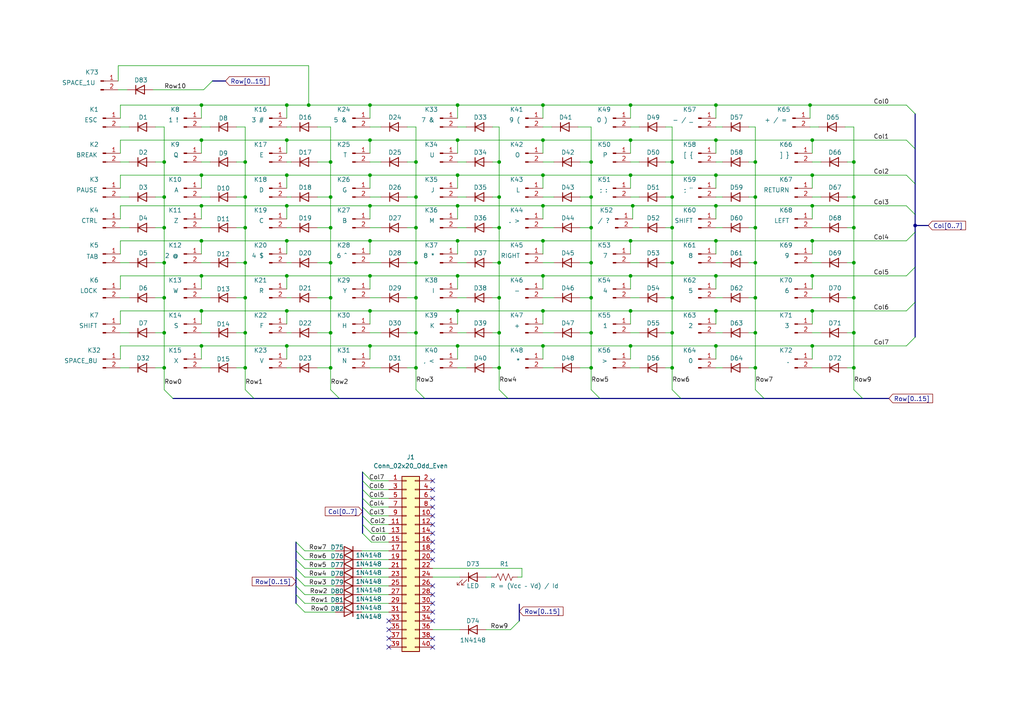
<source format=kicad_sch>
(kicad_sch (version 20230121) (generator eeschema)
  (paper "A4")
  (junction (at 194.945 86.36))
  (junction (at 194.945 66.04))
  (junction (at 83.185 69.85))
  (junction (at 107.315 69.85))
  (junction (at 95.885 76.2))
  (junction (at 83.185 100.33))
  (junction (at 247.65 96.52))
  (junction (at 107.315 90.17))
  (junction (at 182.88 100.33))
  (junction (at 132.715 90.17))
  (junction (at 171.45 86.36))
  (junction (at 157.48 80.01))
  (junction (at 120.65 66.04))
  (junction (at 83.185 80.01))
  (junction (at 207.645 69.85))
  (junction (at 207.645 40.64))
  (junction (at 247.65 76.2))
  (junction (at 58.42 90.17))
  (junction (at 71.12 106.68))
  (junction (at 58.42 59.69))
  (junction (at 144.78 76.2))
  (junction (at 182.88 30.48))
  (junction (at 234.95 30.48))
  (junction (at 83.185 50.8))
  (junction (at 235.585 69.85))
  (junction (at 71.12 86.36))
  (junction (at 107.315 50.8))
  (junction (at 219.075 96.52))
  (junction (at 235.585 59.69))
  (junction (at 219.075 106.68))
  (junction (at 132.715 50.8))
  (junction (at 207.645 30.48))
  (junction (at 207.645 100.33))
  (junction (at 219.075 57.15))
  (junction (at 95.885 46.99))
  (junction (at 95.885 96.52))
  (junction (at 157.48 50.8))
  (junction (at 71.12 66.04))
  (junction (at 107.315 59.69))
  (junction (at 107.315 80.01))
  (junction (at 219.075 76.2))
  (junction (at 247.65 86.36))
  (junction (at 207.645 90.17))
  (junction (at 132.715 69.85))
  (junction (at 144.78 46.99))
  (junction (at 182.88 90.17))
  (junction (at 132.715 30.48))
  (junction (at 182.88 80.01))
  (junction (at 171.45 96.52))
  (junction (at 194.945 57.15))
  (junction (at 247.65 57.15))
  (junction (at 58.42 69.85))
  (junction (at 47.625 106.68))
  (junction (at 58.42 80.01))
  (junction (at 132.715 59.69))
  (junction (at 235.585 80.01))
  (junction (at 235.585 40.64))
  (junction (at 183.515 59.69))
  (junction (at 219.075 46.99))
  (junction (at 194.945 76.2))
  (junction (at 58.42 50.8))
  (junction (at 144.78 57.15))
  (junction (at 171.45 46.99))
  (junction (at 83.185 59.69))
  (junction (at 120.65 86.36))
  (junction (at 71.12 46.99))
  (junction (at 235.585 100.33))
  (junction (at 47.625 57.15))
  (junction (at 144.78 106.68))
  (junction (at 144.78 96.52))
  (junction (at 120.65 46.99))
  (junction (at 132.715 80.01))
  (junction (at 265.43 65.405))
  (junction (at 58.42 30.48))
  (junction (at 71.12 57.15))
  (junction (at 171.45 66.04))
  (junction (at 58.42 100.33))
  (junction (at 95.885 57.15))
  (junction (at 171.45 57.15))
  (junction (at 132.715 40.64))
  (junction (at 171.45 106.68))
  (junction (at 157.48 90.17))
  (junction (at 95.885 106.68))
  (junction (at 95.885 86.36))
  (junction (at 182.88 69.85))
  (junction (at 83.185 90.17))
  (junction (at 120.65 57.15))
  (junction (at 247.65 46.99))
  (junction (at 235.585 50.8))
  (junction (at 120.65 76.2))
  (junction (at 157.48 69.85))
  (junction (at 107.315 30.48))
  (junction (at 235.585 90.17))
  (junction (at 194.945 106.68))
  (junction (at 182.88 40.64))
  (junction (at 247.65 66.04))
  (junction (at 107.315 40.64))
  (junction (at 47.625 86.36))
  (junction (at 89.535 30.48))
  (junction (at 120.65 106.68))
  (junction (at 58.42 40.64))
  (junction (at 207.645 59.69))
  (junction (at 219.075 66.04))
  (junction (at 247.65 106.68))
  (junction (at 194.945 46.99))
  (junction (at 207.645 50.8))
  (junction (at 47.625 46.99))
  (junction (at 120.65 96.52))
  (junction (at 194.945 96.52))
  (junction (at 132.715 100.33))
  (junction (at 71.12 96.52))
  (junction (at 83.185 40.64))
  (junction (at 144.78 86.36))
  (junction (at 207.645 80.01))
  (junction (at 219.075 86.36))
  (junction (at 47.625 76.2))
  (junction (at 47.625 66.04))
  (junction (at 107.315 100.33))
  (junction (at 157.48 30.48))
  (junction (at 157.48 100.33))
  (junction (at 47.625 96.52))
  (junction (at 83.185 30.48))
  (junction (at 182.88 50.8))
  (junction (at 95.885 66.04))
  (junction (at 171.45 76.2))
  (junction (at 157.48 59.69))
  (junction (at 71.12 76.2))
  (junction (at 144.78 66.04))
  (junction (at 157.48 40.64))
  (no_connect (at 125.476 157.226))
  (no_connect (at 125.476 152.146))
  (no_connect (at 125.476 139.446))
  (no_connect (at 125.476 177.546))
  (no_connect (at 125.476 144.526))
  (no_connect (at 125.476 187.706))
  (no_connect (at 125.476 154.686))
  (no_connect (at 112.776 180.086))
  (no_connect (at 125.476 169.926))
  (no_connect (at 125.476 185.166))
  (no_connect (at 125.476 180.086))
  (no_connect (at 125.476 162.306))
  (no_connect (at 125.476 175.006))
  (no_connect (at 112.776 185.166))
  (no_connect (at 125.476 141.986))
  (no_connect (at 125.476 149.606))
  (no_connect (at 125.476 159.766))
  (no_connect (at 125.476 147.066))
  (no_connect (at 112.776 187.706))
  (no_connect (at 125.476 172.466))
  (no_connect (at 112.776 182.626))
  (bus_entry (at 262.89 59.69) (size 2.54 2.54))
  (bus_entry (at 105.156 136.906) (size 2.54 2.54))
  (bus_entry (at 85.852 175.006) (size 2.54 2.54))
  (bus_entry (at 85.852 162.306) (size 2.54 2.54))
  (bus_entry (at 85.852 172.466) (size 2.54 2.54))
  (bus_entry (at 262.89 90.17) (size 2.54 -2.54))
  (bus_entry (at 120.65 113.03) (size 2.54 2.54))
  (bus_entry (at 262.89 50.8) (size 2.54 2.54))
  (bus_entry (at 85.852 167.386) (size 2.54 2.54))
  (bus_entry (at 105.156 139.446) (size 2.54 2.54))
  (bus_entry (at 171.45 113.03) (size 2.54 2.54))
  (bus_entry (at 105.156 154.686) (size 2.54 2.54))
  (bus_entry (at 71.12 113.03) (size 2.54 2.54))
  (bus_entry (at 105.156 152.146) (size 2.54 2.54))
  (bus_entry (at 262.89 69.85) (size 2.54 -2.54))
  (bus_entry (at 85.852 169.926) (size 2.54 2.54))
  (bus_entry (at 194.945 113.03) (size 2.54 2.54))
  (bus_entry (at 144.78 113.03) (size 2.54 2.54))
  (bus_entry (at 105.156 141.986) (size 2.54 2.54))
  (bus_entry (at 247.65 113.03) (size 2.54 2.54))
  (bus_entry (at 95.885 113.03) (size 2.54 2.54))
  (bus_entry (at 47.625 113.03) (size 2.54 2.54))
  (bus_entry (at 262.89 100.33) (size 2.54 -2.54))
  (bus_entry (at 85.852 157.226) (size 2.54 2.54))
  (bus_entry (at 85.852 159.766) (size 2.54 2.54))
  (bus_entry (at 262.89 40.64) (size 2.54 2.54))
  (bus_entry (at 262.89 80.01) (size 2.54 -2.54))
  (bus_entry (at 105.156 147.066) (size 2.54 2.54))
  (bus_entry (at 150.622 180.086) (size -2.54 2.54))
  (bus_entry (at 105.156 149.606) (size 2.54 2.54))
  (bus_entry (at 262.89 30.48) (size 2.54 2.54))
  (bus_entry (at 105.156 144.526) (size 2.54 2.54))
  (bus_entry (at 59.055 26.035) (size 2.54 -2.54))
  (bus_entry (at 219.075 113.03) (size 2.54 2.54))
  (bus_entry (at 85.852 164.846) (size 2.54 2.54))
  (wire (pts (xy 34.29 19.05) (xy 89.535 19.05)))
  (wire (pts (xy 235.585 90.17) (xy 262.89 90.17)))
  (wire (pts (xy 58.42 46.99) (xy 60.96 46.99)))
  (wire (pts (xy 45.085 86.36) (xy 47.625 86.36)))
  (wire (pts (xy 157.48 30.48) (xy 182.88 30.48)))
  (wire (pts (xy 58.42 80.01) (xy 83.185 80.01)))
  (wire (pts (xy 235.585 59.69) (xy 262.89 59.69)))
  (wire (pts (xy 142.875 36.83) (xy 144.78 36.83)))
  (wire (pts (xy 110.49 96.52) (xy 107.315 96.52)))
  (wire (pts (xy 107.696 157.226) (xy 112.776 157.226)))
  (wire (pts (xy 60.96 106.68) (xy 58.42 106.68)))
  (wire (pts (xy 84.455 66.04) (xy 83.185 66.04)))
  (wire (pts (xy 107.696 149.606) (xy 112.776 149.606)))
  (wire (pts (xy 34.925 50.8) (xy 58.42 50.8)))
  (wire (pts (xy 88.392 169.926) (xy 97.282 169.926)))
  (bus (pts (xy 265.43 53.34) (xy 265.43 62.23)))
  (wire (pts (xy 92.075 96.52) (xy 95.885 96.52)))
  (wire (pts (xy 125.476 164.846) (xy 151.384 164.846)))
  (wire (pts (xy 207.645 69.85) (xy 235.585 69.85)))
  (wire (pts (xy 207.645 30.48) (xy 207.645 34.29)))
  (wire (pts (xy 157.48 40.64) (xy 182.88 40.64)))
  (wire (pts (xy 144.78 76.2) (xy 144.78 86.36)))
  (wire (pts (xy 193.04 76.2) (xy 194.945 76.2)))
  (wire (pts (xy 83.185 59.69) (xy 107.315 59.69)))
  (wire (pts (xy 235.585 69.85) (xy 262.89 69.85)))
  (wire (pts (xy 207.645 50.8) (xy 235.585 50.8)))
  (bus (pts (xy 265.43 65.405) (xy 265.43 67.31)))
  (wire (pts (xy 217.17 66.04) (xy 219.075 66.04)))
  (wire (pts (xy 107.315 30.48) (xy 132.715 30.48)))
  (bus (pts (xy 50.165 115.57) (xy 73.66 115.57)))
  (wire (pts (xy 171.45 36.83) (xy 171.45 46.99)))
  (wire (pts (xy 132.715 69.85) (xy 157.48 69.85)))
  (wire (pts (xy 83.185 30.48) (xy 89.535 30.48)))
  (wire (pts (xy 207.645 90.17) (xy 235.585 90.17)))
  (wire (pts (xy 157.48 59.69) (xy 183.515 59.69)))
  (bus (pts (xy 265.43 43.18) (xy 265.43 53.34)))
  (wire (pts (xy 207.645 69.85) (xy 207.645 73.66)))
  (wire (pts (xy 245.745 66.04) (xy 247.65 66.04)))
  (wire (pts (xy 182.88 30.48) (xy 207.645 30.48)))
  (wire (pts (xy 58.42 90.17) (xy 58.42 93.98)))
  (wire (pts (xy 168.275 76.2) (xy 171.45 76.2)))
  (bus (pts (xy 221.615 115.57) (xy 250.19 115.57)))
  (wire (pts (xy 58.42 50.8) (xy 58.42 54.61)))
  (wire (pts (xy 71.12 106.68) (xy 71.12 113.03)))
  (wire (pts (xy 235.585 50.8) (xy 235.585 54.61)))
  (wire (pts (xy 58.42 40.64) (xy 58.42 44.45)))
  (bus (pts (xy 197.485 115.57) (xy 221.615 115.57)))
  (wire (pts (xy 235.585 40.64) (xy 262.89 40.64)))
  (wire (pts (xy 235.585 76.2) (xy 238.125 76.2)))
  (wire (pts (xy 160.655 46.99) (xy 157.48 46.99)))
  (wire (pts (xy 238.125 106.68) (xy 235.585 106.68)))
  (wire (pts (xy 235.585 80.01) (xy 262.89 80.01)))
  (wire (pts (xy 104.902 164.846) (xy 112.776 164.846)))
  (wire (pts (xy 182.88 100.33) (xy 207.645 100.33)))
  (wire (pts (xy 107.315 50.8) (xy 132.715 50.8)))
  (wire (pts (xy 245.745 96.52) (xy 247.65 96.52)))
  (wire (pts (xy 45.085 76.2) (xy 47.625 76.2)))
  (wire (pts (xy 83.185 40.64) (xy 107.315 40.64)))
  (wire (pts (xy 194.945 66.04) (xy 194.945 57.15)))
  (wire (pts (xy 135.255 66.04) (xy 132.715 66.04)))
  (wire (pts (xy 34.925 40.64) (xy 58.42 40.64)))
  (wire (pts (xy 125.476 167.386) (xy 133.35 167.386)))
  (wire (pts (xy 135.255 86.36) (xy 132.715 86.36)))
  (wire (pts (xy 84.455 106.68) (xy 83.185 106.68)))
  (wire (pts (xy 110.49 57.15) (xy 107.315 57.15)))
  (wire (pts (xy 182.88 40.64) (xy 207.645 40.64)))
  (wire (pts (xy 92.075 66.04) (xy 95.885 66.04)))
  (wire (pts (xy 247.65 66.04) (xy 247.65 76.2)))
  (wire (pts (xy 247.65 106.68) (xy 247.65 96.52)))
  (bus (pts (xy 73.66 115.57) (xy 98.425 115.57)))
  (wire (pts (xy 37.465 66.04) (xy 34.925 66.04)))
  (wire (pts (xy 151.384 164.846) (xy 151.384 167.386)))
  (wire (pts (xy 207.645 80.01) (xy 207.645 83.82)))
  (wire (pts (xy 157.48 100.33) (xy 157.48 104.14)))
  (wire (pts (xy 160.655 57.15) (xy 157.48 57.15)))
  (wire (pts (xy 182.88 100.33) (xy 182.88 104.14)))
  (wire (pts (xy 135.255 57.15) (xy 132.715 57.15)))
  (wire (pts (xy 118.11 66.04) (xy 120.65 66.04)))
  (wire (pts (xy 132.715 80.01) (xy 157.48 80.01)))
  (wire (pts (xy 107.315 59.69) (xy 132.715 59.69)))
  (wire (pts (xy 107.315 90.17) (xy 132.715 90.17)))
  (wire (pts (xy 209.55 57.15) (xy 207.645 57.15)))
  (wire (pts (xy 182.88 80.01) (xy 182.88 83.82)))
  (wire (pts (xy 182.88 90.17) (xy 182.88 93.98)))
  (wire (pts (xy 217.17 86.36) (xy 219.075 86.36)))
  (wire (pts (xy 104.902 175.006) (xy 112.776 175.006)))
  (bus (pts (xy 98.425 115.57) (xy 123.19 115.57)))
  (wire (pts (xy 68.58 76.2) (xy 71.12 76.2)))
  (wire (pts (xy 83.185 50.8) (xy 107.315 50.8)))
  (wire (pts (xy 120.65 76.2) (xy 120.65 86.36)))
  (wire (pts (xy 132.715 90.17) (xy 157.48 90.17)))
  (wire (pts (xy 207.645 40.64) (xy 235.585 40.64)))
  (wire (pts (xy 107.696 144.526) (xy 112.776 144.526)))
  (wire (pts (xy 207.645 100.33) (xy 207.645 104.14)))
  (wire (pts (xy 185.42 57.15) (xy 182.88 57.15)))
  (wire (pts (xy 194.945 57.15) (xy 194.945 46.99)))
  (wire (pts (xy 88.392 177.546) (xy 97.282 177.546)))
  (bus (pts (xy 150.622 175.26) (xy 150.622 180.086)))
  (wire (pts (xy 171.45 66.04) (xy 171.45 76.2)))
  (wire (pts (xy 238.125 66.04) (xy 235.585 66.04)))
  (wire (pts (xy 110.49 66.04) (xy 107.315 66.04)))
  (wire (pts (xy 193.04 86.36) (xy 194.945 86.36)))
  (wire (pts (xy 47.625 86.36) (xy 47.625 96.52)))
  (wire (pts (xy 193.04 106.68) (xy 194.945 106.68)))
  (wire (pts (xy 118.11 106.68) (xy 120.65 106.68)))
  (wire (pts (xy 247.65 36.83) (xy 245.11 36.83)))
  (wire (pts (xy 107.315 69.85) (xy 132.715 69.85)))
  (wire (pts (xy 238.125 86.36) (xy 235.585 86.36)))
  (wire (pts (xy 219.075 66.04) (xy 219.075 76.2)))
  (wire (pts (xy 209.55 86.36) (xy 207.645 86.36)))
  (wire (pts (xy 234.95 30.48) (xy 234.95 34.29)))
  (wire (pts (xy 132.715 59.69) (xy 157.48 59.69)))
  (wire (pts (xy 132.715 30.48) (xy 132.715 34.29)))
  (wire (pts (xy 182.88 90.17) (xy 207.645 90.17)))
  (wire (pts (xy 135.255 36.83) (xy 132.715 36.83)))
  (wire (pts (xy 88.392 164.846) (xy 97.282 164.846)))
  (wire (pts (xy 247.65 86.36) (xy 247.65 96.52)))
  (wire (pts (xy 107.315 80.01) (xy 107.315 83.82)))
  (wire (pts (xy 209.55 66.04) (xy 207.645 66.04)))
  (wire (pts (xy 217.17 106.68) (xy 219.075 106.68)))
  (wire (pts (xy 144.78 66.04) (xy 144.78 76.2)))
  (wire (pts (xy 89.535 19.05) (xy 89.535 30.48)))
  (wire (pts (xy 142.875 46.99) (xy 144.78 46.99)))
  (wire (pts (xy 219.075 36.83) (xy 217.17 36.83)))
  (bus (pts (xy 123.19 115.57) (xy 147.32 115.57)))
  (wire (pts (xy 34.925 44.45) (xy 34.925 40.64)))
  (wire (pts (xy 171.45 46.99) (xy 171.45 57.15)))
  (wire (pts (xy 194.945 86.36) (xy 194.945 76.2)))
  (wire (pts (xy 34.925 93.98) (xy 34.925 90.17)))
  (wire (pts (xy 238.125 57.15) (xy 235.585 57.15)))
  (wire (pts (xy 104.902 169.926) (xy 112.776 169.926)))
  (bus (pts (xy 105.156 147.066) (xy 105.156 149.606)))
  (wire (pts (xy 71.12 76.2) (xy 71.12 86.36)))
  (wire (pts (xy 132.715 69.85) (xy 132.715 73.66)))
  (bus (pts (xy 265.43 33.02) (xy 265.43 43.18)))
  (wire (pts (xy 182.88 76.2) (xy 185.42 76.2)))
  (bus (pts (xy 105.156 139.446) (xy 105.156 141.986)))
  (wire (pts (xy 144.78 106.68) (xy 144.78 113.03)))
  (wire (pts (xy 194.945 46.99) (xy 193.04 46.99)))
  (wire (pts (xy 58.42 40.64) (xy 83.185 40.64)))
  (wire (pts (xy 168.275 57.15) (xy 171.45 57.15)))
  (wire (pts (xy 71.12 96.52) (xy 71.12 106.68)))
  (wire (pts (xy 183.515 59.69) (xy 207.645 59.69)))
  (wire (pts (xy 132.715 40.64) (xy 132.715 44.45)))
  (wire (pts (xy 183.515 59.69) (xy 183.515 63.5)))
  (wire (pts (xy 209.55 106.68) (xy 207.645 106.68)))
  (wire (pts (xy 207.645 30.48) (xy 234.95 30.48)))
  (wire (pts (xy 120.65 36.83) (xy 120.65 46.99)))
  (wire (pts (xy 47.625 106.68) (xy 47.625 113.03)))
  (wire (pts (xy 217.17 96.52) (xy 219.075 96.52)))
  (wire (pts (xy 34.925 90.17) (xy 58.42 90.17)))
  (wire (pts (xy 157.48 30.48) (xy 157.48 34.29)))
  (wire (pts (xy 185.42 106.68) (xy 182.88 106.68)))
  (wire (pts (xy 194.945 86.36) (xy 194.945 96.52)))
  (wire (pts (xy 160.655 76.2) (xy 157.48 76.2)))
  (wire (pts (xy 118.11 76.2) (xy 120.65 76.2)))
  (wire (pts (xy 182.88 69.85) (xy 207.645 69.85)))
  (wire (pts (xy 135.255 106.68) (xy 132.715 106.68)))
  (wire (pts (xy 142.875 106.68) (xy 144.78 106.68)))
  (wire (pts (xy 60.96 86.36) (xy 58.42 86.36)))
  (wire (pts (xy 207.645 90.17) (xy 207.645 93.98)))
  (wire (pts (xy 168.275 46.99) (xy 171.45 46.99)))
  (wire (pts (xy 132.715 100.33) (xy 132.715 104.14)))
  (wire (pts (xy 107.315 100.33) (xy 107.315 104.14)))
  (wire (pts (xy 135.255 76.2) (xy 132.715 76.2)))
  (wire (pts (xy 157.48 90.17) (xy 157.48 93.98)))
  (wire (pts (xy 168.275 106.68) (xy 171.45 106.68)))
  (wire (pts (xy 95.885 36.83) (xy 92.075 36.83)))
  (wire (pts (xy 171.45 57.15) (xy 171.45 66.04)))
  (wire (pts (xy 142.875 76.2) (xy 144.78 76.2)))
  (wire (pts (xy 71.12 57.15) (xy 71.12 66.04)))
  (wire (pts (xy 92.075 86.36) (xy 95.885 86.36)))
  (wire (pts (xy 120.65 86.36) (xy 120.65 96.52)))
  (wire (pts (xy 37.465 96.52) (xy 34.925 96.52)))
  (wire (pts (xy 219.075 86.36) (xy 219.075 76.2)))
  (wire (pts (xy 168.275 66.04) (xy 171.45 66.04)))
  (wire (pts (xy 84.455 86.36) (xy 83.185 86.36)))
  (wire (pts (xy 107.315 40.64) (xy 132.715 40.64)))
  (wire (pts (xy 171.45 96.52) (xy 171.45 106.68)))
  (wire (pts (xy 140.97 167.386) (xy 142.494 167.386)))
  (bus (pts (xy 265.43 77.47) (xy 265.43 87.63)))
  (wire (pts (xy 88.392 172.466) (xy 97.282 172.466)))
  (wire (pts (xy 58.42 30.48) (xy 83.185 30.48)))
  (wire (pts (xy 157.48 90.17) (xy 182.88 90.17)))
  (wire (pts (xy 34.925 63.5) (xy 34.925 59.69)))
  (wire (pts (xy 219.075 66.04) (xy 219.075 57.15)))
  (wire (pts (xy 92.075 46.99) (xy 95.885 46.99)))
  (wire (pts (xy 68.58 57.15) (xy 71.12 57.15)))
  (wire (pts (xy 84.455 76.2) (xy 83.185 76.2)))
  (wire (pts (xy 235.585 69.85) (xy 235.585 73.66)))
  (wire (pts (xy 157.48 59.69) (xy 157.48 63.5)))
  (wire (pts (xy 209.55 76.2) (xy 207.645 76.2)))
  (wire (pts (xy 107.696 147.066) (xy 112.776 147.066)))
  (wire (pts (xy 120.65 46.99) (xy 120.65 57.15)))
  (wire (pts (xy 207.645 50.8) (xy 207.645 54.61)))
  (wire (pts (xy 151.384 167.386) (xy 150.114 167.386)))
  (wire (pts (xy 133.35 182.626) (xy 125.476 182.626)))
  (wire (pts (xy 157.48 80.01) (xy 157.48 83.82)))
  (wire (pts (xy 217.17 76.2) (xy 219.075 76.2)))
  (wire (pts (xy 168.275 86.36) (xy 171.45 86.36)))
  (wire (pts (xy 34.925 69.85) (xy 58.42 69.85)))
  (wire (pts (xy 157.48 69.85) (xy 182.88 69.85)))
  (bus (pts (xy 105.156 149.606) (xy 105.156 152.146)))
  (wire (pts (xy 95.885 66.04) (xy 95.885 57.15)))
  (wire (pts (xy 217.17 46.99) (xy 219.075 46.99)))
  (wire (pts (xy 157.48 40.64) (xy 157.48 44.45)))
  (wire (pts (xy 107.315 80.01) (xy 132.715 80.01)))
  (wire (pts (xy 71.12 66.04) (xy 71.12 76.2)))
  (wire (pts (xy 157.48 50.8) (xy 182.88 50.8)))
  (wire (pts (xy 83.185 80.01) (xy 107.315 80.01)))
  (wire (pts (xy 157.48 80.01) (xy 182.88 80.01)))
  (wire (pts (xy 83.185 69.85) (xy 107.315 69.85)))
  (wire (pts (xy 83.185 80.01) (xy 83.185 83.82)))
  (wire (pts (xy 237.49 36.83) (xy 234.95 36.83)))
  (wire (pts (xy 235.585 90.17) (xy 235.585 93.98)))
  (wire (pts (xy 120.65 66.04) (xy 120.65 76.2)))
  (wire (pts (xy 157.48 50.8) (xy 157.48 54.61)))
  (wire (pts (xy 157.48 66.04) (xy 160.655 66.04)))
  (wire (pts (xy 107.315 50.8) (xy 107.315 54.61)))
  (wire (pts (xy 34.925 54.61) (xy 34.925 50.8)))
  (wire (pts (xy 58.42 80.01) (xy 58.42 83.82)))
  (bus (pts (xy 85.852 169.926) (xy 85.852 172.466)))
  (wire (pts (xy 185.42 46.99) (xy 182.88 46.99)))
  (wire (pts (xy 235.585 100.33) (xy 235.585 104.14)))
  (wire (pts (xy 193.04 96.52) (xy 194.945 96.52)))
  (wire (pts (xy 34.925 80.01) (xy 58.42 80.01)))
  (wire (pts (xy 235.585 50.8) (xy 262.89 50.8)))
  (wire (pts (xy 59.055 26.035) (xy 44.45 26.035)))
  (bus (pts (xy 105.156 141.986) (xy 105.156 144.526)))
  (wire (pts (xy 185.42 96.52) (xy 182.88 96.52)))
  (wire (pts (xy 118.11 96.52) (xy 120.65 96.52)))
  (bus (pts (xy 250.19 115.57) (xy 257.81 115.57)))
  (wire (pts (xy 160.02 36.83) (xy 157.48 36.83)))
  (wire (pts (xy 83.185 90.17) (xy 83.185 93.98)))
  (wire (pts (xy 144.78 96.52) (xy 144.78 106.68)))
  (wire (pts (xy 95.885 76.2) (xy 95.885 66.04)))
  (bus (pts (xy 265.43 87.63) (xy 265.43 97.79)))
  (wire (pts (xy 247.65 66.04) (xy 247.65 57.15)))
  (bus (pts (xy 265.43 62.23) (xy 265.43 65.405)))
  (wire (pts (xy 132.715 100.33) (xy 157.48 100.33)))
  (wire (pts (xy 95.885 113.03) (xy 95.885 106.68)))
  (wire (pts (xy 104.902 162.306) (xy 112.776 162.306)))
  (wire (pts (xy 60.96 76.2) (xy 58.42 76.2)))
  (wire (pts (xy 185.42 66.04) (xy 183.515 66.04)))
  (wire (pts (xy 207.645 40.64) (xy 207.645 44.45)))
  (wire (pts (xy 107.696 154.686) (xy 112.776 154.686)))
  (wire (pts (xy 45.085 57.15) (xy 47.625 57.15)))
  (bus (pts (xy 173.99 115.57) (xy 197.485 115.57)))
  (wire (pts (xy 45.085 46.99) (xy 47.625 46.99)))
  (wire (pts (xy 107.315 30.48) (xy 107.315 34.29)))
  (wire (pts (xy 219.075 46.99) (xy 219.075 36.83)))
  (wire (pts (xy 235.585 40.64) (xy 235.585 44.45)))
  (wire (pts (xy 37.465 86.36) (xy 34.925 86.36)))
  (wire (pts (xy 234.95 30.48) (xy 262.89 30.48)))
  (wire (pts (xy 132.715 50.8) (xy 132.715 54.61)))
  (wire (pts (xy 182.88 40.64) (xy 182.88 44.45)))
  (bus (pts (xy 85.852 162.306) (xy 85.852 164.846)))
  (wire (pts (xy 45.085 66.04) (xy 47.625 66.04)))
  (wire (pts (xy 107.696 139.446) (xy 112.776 139.446)))
  (wire (pts (xy 219.075 86.36) (xy 219.075 96.52)))
  (wire (pts (xy 34.29 26.035) (xy 36.83 26.035)))
  (wire (pts (xy 95.885 57.15) (xy 95.885 46.99)))
  (wire (pts (xy 238.125 96.52) (xy 235.585 96.52)))
  (wire (pts (xy 171.45 76.2) (xy 171.45 86.36)))
  (wire (pts (xy 247.65 86.36) (xy 247.65 76.2)))
  (wire (pts (xy 144.78 36.83) (xy 144.78 46.99)))
  (wire (pts (xy 34.925 59.69) (xy 58.42 59.69)))
  (wire (pts (xy 247.65 46.99) (xy 247.65 36.83)))
  (wire (pts (xy 157.48 100.33) (xy 182.88 100.33)))
  (wire (pts (xy 37.465 76.2) (xy 34.925 76.2)))
  (wire (pts (xy 182.88 50.8) (xy 207.645 50.8)))
  (wire (pts (xy 209.55 96.52) (xy 207.645 96.52)))
  (wire (pts (xy 34.925 34.29) (xy 34.925 30.48)))
  (wire (pts (xy 107.696 141.986) (xy 112.776 141.986)))
  (wire (pts (xy 160.655 106.68) (xy 157.48 106.68)))
  (wire (pts (xy 219.075 57.15) (xy 219.075 46.99)))
  (wire (pts (xy 110.49 86.36) (xy 107.315 86.36)))
  (wire (pts (xy 110.49 76.2) (xy 107.315 76.2)))
  (wire (pts (xy 194.945 66.04) (xy 194.945 76.2)))
  (wire (pts (xy 68.58 36.83) (xy 71.12 36.83)))
  (wire (pts (xy 60.96 66.04) (xy 58.42 66.04)))
  (wire (pts (xy 182.88 80.01) (xy 207.645 80.01)))
  (wire (pts (xy 167.64 36.83) (xy 171.45 36.83)))
  (wire (pts (xy 207.645 80.01) (xy 235.585 80.01)))
  (wire (pts (xy 45.085 106.68) (xy 47.625 106.68)))
  (wire (pts (xy 104.902 159.766) (xy 112.776 159.766)))
  (wire (pts (xy 247.65 57.15) (xy 247.65 46.99)))
  (wire (pts (xy 68.58 66.04) (xy 71.12 66.04)))
  (wire (pts (xy 34.925 73.66) (xy 34.925 69.85)))
  (wire (pts (xy 235.585 80.01) (xy 235.585 83.82)))
  (wire (pts (xy 58.42 30.48) (xy 58.42 34.29)))
  (wire (pts (xy 83.185 100.33) (xy 107.315 100.33)))
  (wire (pts (xy 118.11 36.83) (xy 120.65 36.83)))
  (wire (pts (xy 157.48 69.85) (xy 157.48 73.66)))
  (wire (pts (xy 207.645 59.69) (xy 235.585 59.69)))
  (wire (pts (xy 142.875 57.15) (xy 144.78 57.15)))
  (wire (pts (xy 104.902 177.546) (xy 112.776 177.546)))
  (wire (pts (xy 207.645 100.33) (xy 235.585 100.33)))
  (wire (pts (xy 92.075 57.15) (xy 95.885 57.15)))
  (wire (pts (xy 193.04 57.15) (xy 194.945 57.15)))
  (bus (pts (xy 105.156 136.906) (xy 105.156 139.446)))
  (wire (pts (xy 132.715 59.69) (xy 132.715 63.5)))
  (wire (pts (xy 219.075 113.03) (xy 219.075 106.68)))
  (wire (pts (xy 34.925 83.82) (xy 34.925 80.01)))
  (wire (pts (xy 132.715 40.64) (xy 157.48 40.64)))
  (wire (pts (xy 194.945 113.03) (xy 194.945 106.68)))
  (wire (pts (xy 84.455 57.15) (xy 83.185 57.15)))
  (wire (pts (xy 84.455 96.52) (xy 83.185 96.52)))
  (wire (pts (xy 68.58 46.99) (xy 71.12 46.99)))
  (wire (pts (xy 68.58 96.52) (xy 71.12 96.52)))
  (wire (pts (xy 34.925 100.33) (xy 58.42 100.33)))
  (wire (pts (xy 135.255 96.52) (xy 132.715 96.52)))
  (wire (pts (xy 194.945 36.83) (xy 194.945 46.99)))
  (wire (pts (xy 219.075 106.68) (xy 219.075 96.52)))
  (wire (pts (xy 171.45 106.68) (xy 171.45 113.03)))
  (bus (pts (xy 105.156 152.146) (xy 105.156 154.686)))
  (wire (pts (xy 193.04 66.04) (xy 194.945 66.04)))
  (bus (pts (xy 85.852 172.466) (xy 85.852 175.006)))
  (wire (pts (xy 83.185 69.85) (xy 83.185 73.66)))
  (bus (pts (xy 85.852 164.846) (xy 85.852 167.386)))
  (wire (pts (xy 92.075 106.68) (xy 95.885 106.68)))
  (wire (pts (xy 107.696 152.146) (xy 112.776 152.146)))
  (wire (pts (xy 107.315 100.33) (xy 132.715 100.33)))
  (wire (pts (xy 68.58 106.68) (xy 71.12 106.68)))
  (wire (pts (xy 157.48 96.52) (xy 160.655 96.52)))
  (wire (pts (xy 245.745 106.68) (xy 247.65 106.68)))
  (wire (pts (xy 168.275 96.52) (xy 171.45 96.52)))
  (wire (pts (xy 83.185 36.83) (xy 84.455 36.83)))
  (wire (pts (xy 185.42 36.83) (xy 182.88 36.83)))
  (wire (pts (xy 142.875 86.36) (xy 144.78 86.36)))
  (bus (pts (xy 147.32 115.57) (xy 173.99 115.57)))
  (wire (pts (xy 209.55 36.83) (xy 207.645 36.83)))
  (bus (pts (xy 61.595 23.495) (xy 65.405 23.495)))
  (wire (pts (xy 58.42 50.8) (xy 83.185 50.8)))
  (wire (pts (xy 120.65 96.52) (xy 120.65 106.68)))
  (wire (pts (xy 71.12 86.36) (xy 71.12 96.52)))
  (wire (pts (xy 58.42 90.17) (xy 83.185 90.17)))
  (wire (pts (xy 235.585 100.33) (xy 262.89 100.33)))
  (wire (pts (xy 47.625 46.99) (xy 47.625 57.15)))
  (wire (pts (xy 235.585 59.69) (xy 235.585 63.5)))
  (wire (pts (xy 120.65 106.68) (xy 120.65 113.03)))
  (wire (pts (xy 110.49 46.99) (xy 107.315 46.99)))
  (wire (pts (xy 71.12 46.99) (xy 71.12 57.15)))
  (wire (pts (xy 148.082 182.626) (xy 140.97 182.626)))
  (wire (pts (xy 60.96 96.52) (xy 58.42 96.52)))
  (wire (pts (xy 185.42 86.36) (xy 182.88 86.36)))
  (wire (pts (xy 34.925 104.14) (xy 34.925 100.33)))
  (wire (pts (xy 132.715 80.01) (xy 132.715 83.82)))
  (wire (pts (xy 83.185 50.8) (xy 83.185 54.61)))
  (wire (pts (xy 144.78 46.99) (xy 144.78 57.15)))
  (wire (pts (xy 120.65 57.15) (xy 120.65 66.04)))
  (wire (pts (xy 193.04 36.83) (xy 194.945 36.83)))
  (wire (pts (xy 95.885 46.99) (xy 95.885 36.83)))
  (wire (pts (xy 58.42 69.85) (xy 58.42 73.66)))
  (wire (pts (xy 37.465 46.99) (xy 34.925 46.99)))
  (wire (pts (xy 47.625 57.15) (xy 47.625 66.04)))
  (wire (pts (xy 58.42 59.69) (xy 83.185 59.69)))
  (wire (pts (xy 157.48 86.36) (xy 160.655 86.36)))
  (wire (pts (xy 83.185 59.69) (xy 83.185 63.5)))
  (wire (pts (xy 68.58 86.36) (xy 71.12 86.36)))
  (wire (pts (xy 182.88 69.85) (xy 182.88 73.66)))
  (bus (pts (xy 85.852 167.386) (xy 85.852 169.926)))
  (wire (pts (xy 171.45 86.36) (xy 171.45 96.52)))
  (wire (pts (xy 238.125 46.99) (xy 235.585 46.99)))
  (wire (pts (xy 88.392 159.766) (xy 97.282 159.766)))
  (wire (pts (xy 58.42 36.83) (xy 60.96 36.83)))
  (wire (pts (xy 37.465 106.68) (xy 34.925 106.68)))
  (wire (pts (xy 83.185 100.33) (xy 83.185 104.14)))
  (wire (pts (xy 245.745 46.99) (xy 247.65 46.99)))
  (wire (pts (xy 47.625 66.04) (xy 47.625 76.2)))
  (wire (pts (xy 118.11 86.36) (xy 120.65 86.36)))
  (wire (pts (xy 107.315 59.69) (xy 107.315 63.5)))
  (wire (pts (xy 245.745 76.2) (xy 247.65 76.2)))
  (bus (pts (xy 85.852 157.226) (xy 85.852 159.766)))
  (wire (pts (xy 83.185 30.48) (xy 83.185 34.29)))
  (wire (pts (xy 217.17 57.15) (xy 219.075 57.15)))
  (wire (pts (xy 182.88 50.8) (xy 182.88 54.61)))
  (wire (pts (xy 135.255 46.99) (xy 132.715 46.99)))
  (wire (pts (xy 95.885 86.36) (xy 95.885 76.2)))
  (wire (pts (xy 34.29 23.495) (xy 34.29 19.05)))
  (wire (pts (xy 144.78 57.15) (xy 144.78 66.04)))
  (wire (pts (xy 245.745 57.15) (xy 247.65 57.15)))
  (wire (pts (xy 144.78 86.36) (xy 144.78 96.52)))
  (wire (pts (xy 142.875 66.04) (xy 144.78 66.04)))
  (wire (pts (xy 132.715 30.48) (xy 157.48 30.48)))
  (wire (pts (xy 118.11 46.99) (xy 120.65 46.99)))
  (wire (pts (xy 132.715 90.17) (xy 132.715 93.98)))
  (wire (pts (xy 58.42 59.69) (xy 58.42 63.5)))
  (wire (pts (xy 45.085 36.83) (xy 47.625 36.83)))
  (wire (pts (xy 58.42 69.85) (xy 83.185 69.85)))
  (wire (pts (xy 88.392 175.006) (xy 97.282 175.006)))
  (wire (pts (xy 104.902 167.386) (xy 112.776 167.386)))
  (wire (pts (xy 88.392 167.386) (xy 97.282 167.386)))
  (wire (pts (xy 60.96 57.15) (xy 58.42 57.15)))
  (wire (pts (xy 47.625 36.83) (xy 47.625 46.99)))
  (wire (pts (xy 47.625 96.52) (xy 47.625 106.68)))
  (wire (pts (xy 58.42 100.33) (xy 58.42 104.14)))
  (wire (pts (xy 37.465 57.15) (xy 34.925 57.15)))
  (wire (pts (xy 47.625 76.2) (xy 47.625 86.36)))
  (wire (pts (xy 95.885 106.68) (xy 95.885 96.52)))
  (wire (pts (xy 132.715 50.8) (xy 157.48 50.8)))
  (wire (pts (xy 209.55 46.99) (xy 207.645 46.99)))
  (wire (pts (xy 92.075 76.2) (xy 95.885 76.2)))
  (wire (pts (xy 245.745 86.36) (xy 247.65 86.36)))
  (bus (pts (xy 85.852 159.766) (xy 85.852 162.306)))
  (wire (pts (xy 34.925 30.48) (xy 58.42 30.48)))
  (wire (pts (xy 107.315 40.64) (xy 107.315 44.45)))
  (wire (pts (xy 88.392 162.306) (xy 97.282 162.306)))
  (wire (pts (xy 207.645 59.69) (xy 207.645 63.5)))
  (wire (pts (xy 84.455 46.99) (xy 83.185 46.99)))
  (bus (pts (xy 265.43 67.31) (xy 265.43 77.47)))
  (wire (pts (xy 182.88 30.48) (xy 182.88 34.29)))
  (wire (pts (xy 83.185 90.17) (xy 107.315 90.17)))
  (wire (pts (xy 83.185 40.64) (xy 83.185 44.45)))
  (bus (pts (xy 105.156 144.526) (xy 105.156 147.066)))
  (bus (pts (xy 269.24 65.405) (xy 265.43 65.405)))
  (wire (pts (xy 45.085 96.52) (xy 47.625 96.52)))
  (wire (pts (xy 118.11 57.15) (xy 120.65 57.15)))
  (wire (pts (xy 247.65 113.03) (xy 247.65 106.68)))
  (wire (pts (xy 95.885 86.36) (xy 95.885 96.52)))
  (wire (pts (xy 110.49 106.68) (xy 107.315 106.68)))
  (wire (pts (xy 71.12 36.83) (xy 71.12 46.99)))
  (wire (pts (xy 58.42 100.33) (xy 83.185 100.33)))
  (wire (pts (xy 107.315 90.17) (xy 107.315 93.98)))
  (wire (pts (xy 89.535 30.48) (xy 107.315 30.48)))
  (wire (pts (xy 34.925 36.83) (xy 37.465 36.83)))
  (wire (pts (xy 104.902 172.466) (xy 112.776 172.466)))
  (wire (pts (xy 110.49 36.83) (xy 107.315 36.83)))
  (wire (pts (xy 142.875 96.52) (xy 144.78 96.52)))
  (wire (pts (xy 194.945 106.68) (xy 194.945 96.52)))
  (wire (pts (xy 107.315 69.85) (xy 107.315 73.66)))
  (label "Row10" (at 47.625 26.035 0))
  (label "Col4" (at 111.506 147.066 180))
  (label "Col6" (at 111.506 141.986 180))
  (label "Col6" (at 253.365 90.17 0))
  (label "Row2" (at 95.885 111.76 0))
  (label "Row5" (at 171.45 111.125 0))
  (label "Col7" (at 111.506 139.446 180))
  (label "Row3" (at 120.65 111.125 0))
  (label "Col1" (at 112.014 154.686 180))
  (label "Row1" (at 95.25 175.006 180))
  (label "Col0" (at 112.014 157.226 180))
  (label "Col2" (at 111.76 152.146 180))
  (label "Row1" (at 71.12 111.76 0))
  (label "Row7" (at 219.075 111.125 0))
  (label "Col0" (at 253.365 30.48 0))
  (label "Row2" (at 94.996 172.466 180))
  (label "Row9" (at 142.24 182.626 0))
  (label "Col7" (at 253.365 100.33 0))
  (label "Row4" (at 94.742 167.386 180))
  (label "Col2" (at 253.365 50.8 0))
  (label "Col5" (at 253.365 80.01 0))
  (label "Row0" (at 95.25 177.546 180))
  (label "Row4" (at 144.78 111.125 0))
  (label "Row5" (at 94.742 164.846 180))
  (label "Row6" (at 94.742 162.306 180))
  (label "Row9" (at 247.65 111.125 0))
  (label "Col3" (at 253.365 59.69 0))
  (label "Col3" (at 111.506 149.606 180))
  (label "Row0" (at 47.625 111.76 0))
  (label "Col5" (at 111.506 144.526 180))
  (label "Row7" (at 94.742 159.766 180))
  (label "Row6" (at 194.945 111.125 0))
  (label "Col4" (at 253.365 69.85 0))
  (label "Row3" (at 94.742 169.926 180))
  (label "Col1" (at 253.365 40.64 0))
  (global_label "Row[0..15]" (shape input) (at 150.622 177.292 0) (property "Intersheetrefs" "${INTERSHEET_REFS}" (effects hide)))
  (global_label "Col[0..7]" (shape input) (at 105.156 148.336 180) (property "Intersheetrefs" "${INTERSHEET_REFS}" (effects hide)))
  (global_label "Row[0..15]" (shape input) (at 85.852 168.656 180) (property "Intersheetrefs" "${INTERSHEET_REFS}" (effects hide)))
  (global_label "Col[0..7]" (shape input) (at 269.24 65.405 0) (property "Intersheetrefs" "${INTERSHEET_REFS}" (effects hide)))
  (global_label "Row[0..15]" (shape input) (at 257.81 115.57 0) (property "Intersheetrefs" "${INTERSHEET_REFS}" (effects hide)))
  (global_label "Row[0..15]" (shape input) (at 65.405 23.495 0) (property "Intersheetrefs" "${INTERSHEET_REFS}" (effects hide)))
  (symbol (lib_id "Connector:Conn_01x02_Pin") (at 127.635 73.66 0) (unit 1)
    (property "Reference" "K37" (at 125.095 71.12 0))
    (property "Value" "8 *" (at 126.111 74.168 0) (effects (justify right)))
    (property "Footprint" "unikbd:Key_MX" (effects hide))
  )
  (symbol (lib_id "unikbd:diode-combined") (at 114.3 106.68 0) (unit 1)
    (property "Reference" "D31" (at 114.554 103.886 0))
    (property "Value" "diode-combined" (effects hide))
    (property "Footprint" "unikbd:diode-combined" (effects hide))
    (property "Datasheet" "https://assets.nexperia.com/documents/data-sheet/1N4148_1N4448.pdf" (effects hide))
  )
  (symbol (lib_id "Connector:Conn_01x02_Pin") (at 102.235 83.82 0) (unit 1)
    (property "Reference" "K29" (at 99.695 81.28 0))
    (property "Value" "Y" (at 100.711 84.328 0) (effects (justify right)))
    (property "Footprint" "unikbd:Key_MX" (effects hide))
  )
  (symbol (lib_id "unikbd:diode-combined") (at 114.3 46.99 0) (unit 1)
    (property "Reference" "D25" (at 114.554 44.196 0))
    (property "Value" "diode-combined" (effects hide))
    (property "Footprint" "unikbd:diode-combined" (effects hide))
    (property "Datasheet" "https://assets.nexperia.com/documents/data-sheet/1N4148_1N4448.pdf" (effects hide))
  )
  (symbol (lib_id "Connector:Conn_01x02_Pin") (at 202.565 104.14 0) (unit 1)
    (property "Reference" "K64" (at 200.025 101.6 0))
    (property "Value" "0" (at 201.041 104.648 0) (effects (justify right)))
    (property "Footprint" "unikbd:Key_MX" (effects hide))
  )
  (symbol (lib_id "Connector:Conn_01x02_Pin") (at 78.105 73.66 0) (unit 1)
    (property "Reference" "K20" (at 75.565 71.12 0))
    (property "Value" "4 $" (at 76.581 74.168 0) (effects (justify right)))
    (property "Footprint" "unikbd:Key_MX" (effects hide))
  )
  (symbol (lib_id "unikbd:diode-combined") (at 114.3 36.83 0) (unit 1)
    (property "Reference" "D24" (at 114.554 34.036 0))
    (property "Value" "diode-combined" (effects hide))
    (property "Footprint" "unikbd:diode-combined" (effects hide))
    (property "Datasheet" "https://assets.nexperia.com/documents/data-sheet/1N4148_1N4448.pdf" (effects hide))
  )
  (symbol (lib_id "Connector:Conn_01x02_Pin") (at 78.105 54.61 0) (unit 1)
    (property "Reference" "K18" (at 75.565 52.07 0))
    (property "Value" "D" (at 76.581 55.118 0) (effects (justify right)))
    (property "Footprint" "unikbd:Key_MX" (effects hide))
  )
  (symbol (lib_id "Connector:Conn_01x02_Pin") (at 78.105 83.82 0) (unit 1)
    (property "Reference" "K21" (at 75.565 81.28 0))
    (property "Value" "R" (at 76.581 84.328 0) (effects (justify right)))
    (property "Footprint" "unikbd:Key_MX" (effects hide))
  )
  (symbol (lib_id "Connector:Conn_01x02_Pin") (at 127.635 63.5 0) (unit 1)
    (property "Reference" "K36" (at 125.095 60.96 0))
    (property "Value" "M" (at 126.111 64.008 0) (effects (justify right)))
    (property "Footprint" "unikbd:Key_MX" (effects hide))
  )
  (symbol (lib_id "Connector:Conn_01x02_Pin") (at 230.505 73.66 0) (unit 1)
    (property "Reference" "K69" (at 227.965 71.12 0))
    (property "Value" "9" (at 228.981 74.168 0) (effects (justify right)))
    (property "Footprint" "unikbd:Key_MX" (effects hide))
  )
  (symbol (lib_id "unikbd:diode-combined") (at 88.265 86.36 0) (unit 1)
    (property "Reference" "D21" (at 88.519 83.566 0))
    (property "Value" "diode-combined" (effects hide))
    (property "Footprint" "unikbd:diode-combined" (effects hide))
    (property "Datasheet" "https://assets.nexperia.com/documents/data-sheet/1N4148_1N4448.pdf" (effects hide))
  )
  (symbol (lib_id "unikbd:diode-combined") (at 213.36 106.68 0) (unit 1)
    (property "Reference" "D64" (at 213.614 103.886 0))
    (property "Value" "diode-combined" (effects hide))
    (property "Footprint" "unikbd:diode-combined" (effects hide))
    (property "Datasheet" "https://assets.nexperia.com/documents/data-sheet/1N4148_1N4448.pdf" (effects hide))
  )
  (symbol (lib_id "unikbd:diode-combined") (at 189.23 76.2 0) (unit 1)
    (property "Reference" "D53" (at 189.484 73.406 0))
    (property "Value" "diode-combined" (effects hide))
    (property "Footprint" "unikbd:diode-combined" (effects hide))
    (property "Datasheet" "https://assets.nexperia.com/documents/data-sheet/1N4148_1N4448.pdf" (effects hide))
  )
  (symbol (lib_id "unikbd:diode-combined") (at 64.77 106.68 0) (unit 1)
    (property "Reference" "D15" (at 64.77 104.14 0))
    (property "Value" "diode-combined" (effects hide))
    (property "Footprint" "unikbd:diode-combined" (effects hide))
    (property "Datasheet" "https://assets.nexperia.com/documents/data-sheet/1N4148_1N4448.pdf" (effects hide))
  )
  (symbol (lib_id "unikbd:diode-combined") (at 41.275 106.68 0) (unit 1)
    (property "Reference" "D32" (at 41.529 103.886 0))
    (property "Value" "diode-combined" (effects hide))
    (property "Footprint" "unikbd:diode-combined" (effects hide))
    (property "Datasheet" "https://assets.nexperia.com/documents/data-sheet/1N4148_1N4448.pdf" (effects hide))
  )
  (symbol (lib_id "unikbd:diode-combined") (at 189.23 46.99 0) (unit 1)
    (property "Reference" "D50" (at 189.484 44.196 0))
    (property "Value" "diode-combined" (effects hide))
    (property "Footprint" "unikbd:diode-combined" (effects hide))
    (property "Datasheet" "https://assets.nexperia.com/documents/data-sheet/1N4148_1N4448.pdf" (effects hide))
  )
  (symbol (lib_id "unikbd:diode-combined") (at 64.77 86.36 0) (unit 1)
    (property "Reference" "D13" (at 64.77 83.82 0))
    (property "Value" "diode-combined" (effects hide))
    (property "Footprint" "unikbd:diode-combined" (effects hide))
    (property "Datasheet" "https://assets.nexperia.com/documents/data-sheet/1N4148_1N4448.pdf" (effects hide))
  )
  (symbol (lib_id "unikbd:diode-combined") (at 41.275 66.04 0) (unit 1)
    (property "Reference" "D4" (at 41.529 63.246 0))
    (property "Value" "diode-combined" (effects hide))
    (property "Footprint" "unikbd:diode-combined" (effects hide))
    (property "Datasheet" "https://assets.nexperia.com/documents/data-sheet/1N4148_1N4448.pdf" (effects hide))
  )
  (symbol (lib_id "unikbd:diode-combined") (at 213.36 66.04 0) (unit 1)
    (property "Reference" "D60" (at 213.614 63.246 0))
    (property "Value" "diode-combined" (effects hide))
    (property "Footprint" "unikbd:diode-combined" (effects hide))
    (property "Datasheet" "https://assets.nexperia.com/documents/data-sheet/1N4148_1N4448.pdf" (effects hide))
  )
  (symbol (lib_id "Connector_Generic:Conn_02x20_Odd_Even") (at 117.856 162.306 0) (unit 1)
    (property "Reference" "J1" (at 119.126 132.588 0))
    (property "Value" "Conn_02x20_Odd_Even" (at 119.126 135.128 0))
    (property "Footprint" "Connector_PinHeader_2.54mm:PinHeader_2x20_P2.54mm_Vertical" (effects hide))
  )
  (symbol (lib_id "Connector:Conn_01x02_Pin") (at 29.845 93.98 0) (unit 1)
    (property "Reference" "K7" (at 27.305 91.44 0))
    (property "Value" "SHIFT" (at 28.321 94.488 0) (effects (justify right)))
    (property "Footprint" "unikbd:Key_MX_2u" (effects hide))
  )
  (symbol (lib_id "Connector:Conn_01x02_Pin") (at 202.565 73.66 0) (unit 1)
    (property "Reference" "K61" (at 200.025 71.12 0))
    (property "Value" "8" (at 201.041 74.168 0) (effects (justify right)))
    (property "Footprint" "unikbd:Key_MX" (effects hide))
  )
  (symbol (lib_id "Connector:Conn_01x02_Pin") (at 152.4 54.61 0) (unit 1)
    (property "Reference" "K43" (at 149.86 52.07 0))
    (property "Value" "L" (at 150.876 55.118 0) (effects (justify right)))
    (property "Footprint" "unikbd:Key_MX" (effects hide))
  )
  (symbol (lib_id "Connector:Conn_01x02_Pin") (at 177.8 104.14 0) (unit 1)
    (property "Reference" "K56" (at 175.26 101.6 0))
    (property "Value" ">" (at 176.276 104.648 0) (effects (justify right)))
    (property "Footprint" "unikbd:Key_MX" (effects hide))
  )
  (symbol (lib_id "unikbd:diode-combined") (at 41.275 96.52 0) (unit 1)
    (property "Reference" "D7" (at 41.529 93.726 0))
    (property "Value" "diode-combined" (effects hide))
    (property "Footprint" "unikbd:diode-combined" (effects hide))
    (property "Datasheet" "https://assets.nexperia.com/documents/data-sheet/1N4148_1N4448.pdf" (effects hide))
  )
  (symbol (lib_id "unikbd:diode-combined") (at 114.3 76.2 0) (unit 1)
    (property "Reference" "D28" (at 114.554 73.406 0))
    (property "Value" "diode-combined" (effects hide))
    (property "Footprint" "unikbd:diode-combined" (effects hide))
    (property "Datasheet" "https://assets.nexperia.com/documents/data-sheet/1N4148_1N4448.pdf" (effects hide))
  )
  (symbol (lib_id "Connector:Conn_01x02_Pin") (at 102.235 73.66 0) (unit 1)
    (property "Reference" "K28" (at 99.695 71.12 0))
    (property "Value" "6 ^" (at 100.711 74.168 0) (effects (justify right)))
    (property "Footprint" "unikbd:Key_MX" (effects hide))
  )
  (symbol (lib_id "unikbd:diode-combined") (at 139.065 86.36 0) (unit 1)
    (property "Reference" "D38" (at 139.319 83.566 0))
    (property "Value" "diode-combined" (effects hide))
    (property "Footprint" "unikbd:diode-combined" (effects hide))
    (property "Datasheet" "https://assets.nexperia.com/documents/data-sheet/1N4148_1N4448.pdf" (effects hide))
  )
  (symbol (lib_id "unikbd:diode-combined") (at 40.64 26.035 0) (unit 1)
    (property "Reference" "D83" (at 40.894 23.241 0))
    (property "Value" "diode-combined" (effects hide))
    (property "Footprint" "unikbd:diode-combined" (effects hide))
    (property "Datasheet" "https://assets.nexperia.com/documents/data-sheet/1N4148_1N4448.pdf" (effects hide))
  )
  (symbol (lib_id "Connector:Conn_01x02_Pin") (at 202.565 93.98 0) (unit 1)
    (property "Reference" "K63" (at 200.025 91.44 0))
    (property "Value" "2" (at 201.041 94.488 0) (effects (justify right)))
    (property "Footprint" "unikbd:Key_MX" (effects hide))
  )
  (symbol (lib_id "Connector:Conn_01x02_Pin") (at 230.505 104.14 0) (unit 1)
    (property "Reference" "K72" (at 227.965 101.6 0))
    (property "Value" "." (at 228.981 104.648 0) (effects (justify right)))
    (property "Footprint" "unikbd:Key_MX" (effects hide))
  )
  (symbol (lib_id "Connector:Conn_01x02_Pin") (at 102.235 93.98 0) (unit 1)
    (property "Reference" "K30" (at 99.695 91.44 0))
    (property "Value" "H" (at 100.711 94.488 0) (effects (justify right)))
    (property "Footprint" "unikbd:Key_MX" (effects hide))
  )
  (symbol (lib_id "unikbd:diode-combined") (at 241.3 36.83 0) (unit 1)
    (property "Reference" "D65" (at 241.554 34.036 0))
    (property "Value" "diode-combined" (effects hide))
    (property "Footprint" "unikbd:diode-combined" (effects hide))
    (property "Datasheet" "https://assets.nexperia.com/documents/data-sheet/1N4148_1N4448.pdf" (effects hide))
  )
  (symbol (lib_id "unikbd:diode-combined") (at 164.465 96.52 0) (unit 1)
    (property "Reference" "D47" (at 164.719 93.726 0))
    (property "Value" "diode-combined" (effects hide))
    (property "Footprint" "unikbd:diode-combined" (effects hide))
    (property "Datasheet" "https://assets.nexperia.com/documents/data-sheet/1N4148_1N4448.pdf" (effects hide))
  )
  (symbol (lib_id "Connector:Conn_01x02_Pin") (at 102.235 54.61 0) (unit 1)
    (property "Reference" "K26" (at 99.695 52.07 0))
    (property "Value" "G" (at 100.711 55.118 0) (effects (justify right)))
    (property "Footprint" "unikbd:Key_MX" (effects hide))
  )
  (symbol (lib_id "unikbd:diode-combined") (at 114.3 57.15 0) (unit 1)
    (property "Reference" "D26" (at 114.554 54.356 0))
    (property "Value" "diode-combined" (effects hide))
    (property "Footprint" "unikbd:diode-combined" (effects hide))
    (property "Datasheet" "https://assets.nexperia.com/documents/data-sheet/1N4148_1N4448.pdf" (effects hide))
  )
  (symbol (lib_id "unikbd:diode-combined") (at 88.265 46.99 0) (unit 1)
    (property "Reference" "D17" (at 88.519 44.196 0))
    (property "Value" "diode-combined" (effects hide))
    (property "Footprint" "unikbd:diode-combined" (effects hide))
    (property "Datasheet" "https://assets.nexperia.com/documents/data-sheet/1N4148_1N4448.pdf" (effects hide))
  )
  (symbol (lib_id "Device:R_US") (at 146.304 167.386 90) (unit 1)
    (property "Reference" "R1" (at 146.304 163.576 90))
    (property "Value" "R = (Vcc – Vd) / Id" (at 152.146 169.926 90))
    (property "Footprint" "Resistor_THT:R_Axial_DIN0207_L6.3mm_D2.5mm_P7.62mm_Horizontal" (effects hide))
  )
  (symbol (lib_id "unikbd:diode-combined") (at 189.23 86.36 0) (unit 1)
    (property "Reference" "D54" (at 189.484 83.566 0))
    (property "Value" "diode-combined" (effects hide))
    (property "Footprint" "unikbd:diode-combined" (effects hide))
    (property "Datasheet" "https://assets.nexperia.com/documents/data-sheet/1N4148_1N4448.pdf" (effects hide))
  )
  (symbol (lib_id "unikbd:diode-combined") (at 88.265 57.15 0) (unit 1)
    (property "Reference" "D18" (at 88.519 54.356 0))
    (property "Value" "diode-combined" (effects hide))
    (property "Footprint" "unikbd:diode-combined" (effects hide))
    (property "Datasheet" "https://assets.nexperia.com/documents/data-sheet/1N4148_1N4448.pdf" (effects hide))
  )
  (symbol (lib_id "Connector:Conn_01x02_Pin") (at 29.845 54.61 0) (unit 1)
    (property "Reference" "K3" (at 27.305 52.07 0))
    (property "Value" "PAUSE" (at 28.321 55.118 0) (effects (justify right)))
    (property "Footprint" "unikbd:Key_MX" (effects hide))
  )
  (symbol (lib_id "Diode:1N4148") (at 101.092 175.006 180) (unit 1)
    (property "Reference" "D81" (at 97.79 173.99 0))
    (property "Value" "1N4148" (at 106.934 176.276 0))
    (property "Footprint" "Diode_THT:D_DO-35_SOD27_P7.62mm_Horizontal" (effects hide))
    (property "Datasheet" "https://assets.nexperia.com/documents/data-sheet/1N4148_1N4448.pdf" (effects hide))
  )
  (symbol (lib_id "Connector:Conn_01x02_Pin") (at 152.4 73.66 0) (unit 1)
    (property "Reference" "K45" (at 149.86 71.12 0))
    (property "Value" "RIGHT" (at 150.876 74.168 0) (effects (justify right)))
    (property "Footprint" "unikbd:Key_MX" (effects hide))
  )
  (symbol (lib_id "unikbd:diode-combined") (at 241.935 106.68 0) (unit 1)
    (property "Reference" "D72" (at 242.189 103.886 0))
    (property "Value" "diode-combined" (effects hide))
    (property "Footprint" "unikbd:diode-combined" (effects hide))
    (property "Datasheet" "https://assets.nexperia.com/documents/data-sheet/1N4148_1N4448.pdf" (effects hide))
  )
  (symbol (lib_id "unikbd:diode-combined") (at 139.065 46.99 0) (unit 1)
    (property "Reference" "D34" (at 139.319 44.196 0))
    (property "Value" "diode-combined" (effects hide))
    (property "Footprint" "unikbd:diode-combined" (effects hide))
    (property "Datasheet" "https://assets.nexperia.com/documents/data-sheet/1N4148_1N4448.pdf" (effects hide))
  )
  (symbol (lib_id "Connector:Conn_01x02_Pin") (at 29.845 104.14 0) (unit 1)
    (property "Reference" "K32" (at 27.305 101.6 0))
    (property "Value" "SPACE_8U" (at 28.321 104.648 0) (effects (justify right)))
    (property "Footprint" "unikbd:Key_MX_Spacebar_5.25" (effects hide))
  )
  (symbol (lib_id "Connector:Conn_01x02_Pin") (at 29.845 44.45 0) (unit 1)
    (property "Reference" "K2" (at 27.305 41.91 0))
    (property "Value" "BREAK" (at 28.321 44.958 0) (effects (justify right)))
    (property "Footprint" "unikbd:Key_MX" (effects hide))
  )
  (symbol (lib_id "Connector:Conn_01x02_Pin") (at 78.105 34.29 0) (unit 1)
    (property "Reference" "K16" (at 75.565 31.75 0))
    (property "Value" "3 #" (at 76.581 34.798 0) (effects (justify right)))
    (property "Footprint" "unikbd:Key_MX" (effects hide))
  )
  (symbol (lib_id "Connector:Conn_01x02_Pin") (at 230.505 93.98 0) (unit 1)
    (property "Reference" "K71" (at 227.965 91.44 0))
    (property "Value" "3" (at 228.981 94.488 0) (effects (justify right)))
    (property "Footprint" "unikbd:Key_MX" (effects hide))
  )
  (symbol (lib_id "unikbd:diode-combined") (at 189.23 57.15 0) (unit 1)
    (property "Reference" "D51" (at 189.484 54.356 0))
    (property "Value" "diode-combined" (effects hide))
    (property "Footprint" "unikbd:diode-combined" (effects hide))
    (property "Datasheet" "https://assets.nexperia.com/documents/data-sheet/1N4148_1N4448.pdf" (effects hide))
  )
  (symbol (lib_id "unikbd:diode-combined") (at 213.36 96.52 0) (unit 1)
    (property "Reference" "D63" (at 213.614 93.726 0))
    (property "Value" "diode-combined" (effects hide))
    (property "Footprint" "unikbd:diode-combined" (effects hide))
    (property "Datasheet" "https://assets.nexperia.com/documents/data-sheet/1N4148_1N4448.pdf" (effects hide))
  )
  (symbol (lib_id "Connector:Conn_01x02_Pin") (at 177.8 73.66 0) (unit 1)
    (property "Reference" "K53" (at 175.26 71.12 0))
    (property "Value" "7" (at 176.276 74.168 0) (effects (justify right)))
    (property "Footprint" "unikbd:Key_MX" (effects hide))
  )
  (symbol (lib_id "Connector:Conn_01x02_Pin") (at 127.635 104.14 0) (unit 1)
    (property "Reference" "K40" (at 125.095 101.6 0))
    (property "Value" ", <" (at 126.111 104.648 0) (effects (justify right)))
    (property "Footprint" "unikbd:Key_MX" (effects hide))
  )
  (symbol (lib_id "unikbd:diode-combined") (at 64.77 57.15 0) (unit 1)
    (property "Reference" "D10" (at 64.77 54.61 0))
    (property "Value" "diode-combined" (effects hide))
    (property "Footprint" "unikbd:diode-combined" (effects hide))
    (property "Datasheet" "https://assets.nexperia.com/documents/data-sheet/1N4148_1N4448.pdf" (effects hide))
  )
  (symbol (lib_id "Connector:Conn_01x02_Pin") (at 230.505 63.5 0) (unit 1)
    (property "Reference" "K68" (at 227.965 60.96 0))
    (property "Value" "LEFT" (at 228.981 64.008 0) (effects (justify right)))
    (property "Footprint" "unikbd:Key_MX" (effects hide))
  )
  (symbol (lib_id "Connector:Conn_01x02_Pin") (at 127.635 44.45 0) (unit 1)
    (property "Reference" "K34" (at 125.095 41.91 0))
    (property "Value" "U" (at 126.111 44.958 0) (effects (justify right)))
    (property "Footprint" "unikbd:Key_MX" (effects hide))
  )
  (symbol (lib_id "Connector:Conn_01x02_Pin") (at 78.105 104.14 0) (unit 1)
    (property "Reference" "K23" (at 75.565 101.6 0))
    (property "Value" "V" (at 76.581 104.648 0) (effects (justify right)))
    (property "Footprint" "unikbd:Key_MX" (effects hide))
  )
  (symbol (lib_id "unikbd:diode-combined") (at 41.275 46.99 0) (unit 1)
    (property "Reference" "D2" (at 41.529 44.196 0))
    (property "Value" "diode-combined" (effects hide))
    (property "Footprint" "unikbd:diode-combined" (effects hide))
    (property "Datasheet" "https://assets.nexperia.com/documents/data-sheet/1N4148_1N4448.pdf" (effects hide))
  )
  (symbol (lib_id "unikbd:diode-combined") (at 213.36 46.99 0) (unit 1)
    (property "Reference" "D58" (at 213.614 44.196 0))
    (property "Value" "diode-combined" (effects hide))
    (property "Footprint" "unikbd:diode-combined" (effects hide))
    (property "Datasheet" "https://assets.nexperia.com/documents/data-sheet/1N4148_1N4448.pdf" (effects hide))
  )
  (symbol (lib_id "Connector:Conn_01x02_Pin") (at 229.87 34.29 0) (unit 1)
    (property "Reference" "K65" (at 227.33 31.75 0))
    (property "Value" "+ / =" (at 228.346 34.798 0) (effects (justify right)))
    (property "Footprint" "unikbd:Key_MX" (effects hide))
  )
  (symbol (lib_id "Connector:Conn_01x02_Pin") (at 53.34 104.14 0) (unit 1)
    (property "Reference" "K15" (at 50.8 101.6 0))
    (property "Value" "X" (at 51.816 104.648 0) (effects (justify right)))
    (property "Footprint" "unikbd:Key_MX" (effects hide))
  )
  (symbol (lib_id "Connector:Conn_01x02_Pin") (at 29.21 23.495 0) (unit 1)
    (property "Reference" "K73" (at 26.67 20.955 0))
    (property "Value" "SPACE_1U" (at 27.686 24.003 0) (effects (justify right)))
    (property "Footprint" "unikbd:Key_MX" (effects hide))
  )
  (symbol (lib_id "Connector:Conn_01x02_Pin") (at 152.4 34.29 0) (unit 1)
    (property "Reference" "K41" (at 149.86 31.75 0))
    (property "Value" "9 (" (at 150.876 34.798 0) (effects (justify right)))
    (property "Footprint" "unikbd:Key_MX" (effects hide))
  )
  (symbol (lib_id "unikbd:diode-combined") (at 164.465 66.04 0) (unit 1)
    (property "Reference" "D44" (at 164.719 63.246 0))
    (property "Value" "diode-combined" (effects hide))
    (property "Footprint" "unikbd:diode-combined" (effects hide))
    (property "Datasheet" "https://assets.nexperia.com/documents/data-sheet/1N4148_1N4448.pdf" (effects hide))
  )
  (symbol (lib_id "Connector:Conn_01x02_Pin") (at 202.565 63.5 0) (unit 1)
    (property "Reference" "K60" (at 200.025 60.96 0))
    (property "Value" "SHIFT" (at 201.041 64.008 0) (effects (justify right)))
    (property "Footprint" "unikbd:Key_MX_2u" (effects hide))
  )
  (symbol (lib_id "Connector:Conn_01x02_Pin") (at 29.845 73.66 0) (unit 1)
    (property "Reference" "K5" (at 27.305 71.12 0))
    (property "Value" "TAB" (at 28.575 74.422 0) (effects (justify right)))
    (property "Footprint" "unikbd:Key_MX" (effects hide))
  )
  (symbol (lib_id "Diode:1N4148") (at 101.092 167.386 180) (unit 1)
    (property "Reference" "D78" (at 97.79 166.37 0))
    (property "Value" "1N4148" (at 106.934 168.656 0))
    (property "Footprint" "Diode_THT:D_DO-35_SOD27_P7.62mm_Horizontal" (effects hide))
    (property "Datasheet" "https://assets.nexperia.com/documents/data-sheet/1N4148_1N4448.pdf" (effects hide))
  )
  (symbol (lib_id "Connector:Conn_01x02_Pin") (at 152.4 44.45 0) (unit 1)
    (property "Reference" "K42" (at 149.86 41.91 0))
    (property "Value" "O" (at 150.876 44.958 0) (effects (justify right)))
    (property "Footprint" "unikbd:Key_MX" (effects hide))
  )
  (symbol (lib_id "Connector:Conn_01x02_Pin") (at 127.635 83.82 0) (unit 1)
    (property "Reference" "K38" (at 125.095 81.28 0))
    (property "Value" "I" (at 126.111 84.328 0) (effects (justify right)))
    (property "Footprint" "unikbd:Key_MX" (effects hide))
  )
  (symbol (lib_id "Connector:Conn_01x02_Pin") (at 127.635 34.29 0) (unit 1)
    (property "Reference" "K33" (at 125.095 31.75 0))
    (property "Value" "7 &" (at 126.111 34.798 0) (effects (justify right)))
    (property "Footprint" "unikbd:Key_MX" (effects hide))
  )
  (symbol (lib_id "Connector:Conn_01x02_Pin") (at 102.235 44.45 0) (unit 1)
    (property "Reference" "K25" (at 99.695 41.91 0))
    (property "Value" "T" (at 100.711 44.958 0) (effects (justify right)))
    (property "Footprint" "unikbd:Key_MX" (effects hide))
  )
  (symbol (lib_id "Connector:Conn_01x02_Pin") (at 53.34 54.61 0) (unit 1)
    (property "Reference" "K10" (at 50.8 52.07 0))
    (property "Value" "A" (at 51.816 55.118 0) (effects (justify right)))
    (property "Footprint" "unikbd:Key_MX" (effects hide))
  )
  (symbol (lib_id "Connector:Conn_01x02_Pin") (at 152.4 104.14 0) (unit 1)
    (property "Reference" "K48" (at 149.86 101.6 0))
    (property "Value" "*" (at 150.876 104.648 0) (effects (justify right)))
    (property "Footprint" "unikbd:Key_MX" (effects hide))
  )
  (symbol (lib_id "Connector:Conn_01x02_Pin") (at 230.505 54.61 0) (unit 1)
    (property "Reference" "K67" (at 227.965 52.07 0))
    (property "Value" "RETURN" (at 228.981 55.118 0) (effects (justify right)))
    (property "Footprint" "unikbd:Key_MX" (effects hide))
  )
  (symbol (lib_id "Connector:Conn_01x02_Pin") (at 177.8 54.61 0) (unit 1)
    (property "Reference" "K51" (at 175.26 52.07 0))
    (property "Value" "; :" (at 176.276 55.118 0) (effects (justify right)))
    (property "Footprint" "unikbd:Key_MX" (effects hide))
  )
  (symbol (lib_id "unikbd:diode-combined") (at 241.935 57.15 0) (unit 1)
    (property "Reference" "D67" (at 242.189 54.356 0))
    (property "Value" "diode-combined" (effects hide))
    (property "Footprint" "unikbd:diode-combined" (effects hide))
    (property "Datasheet" "https://assets.nexperia.com/documents/data-sheet/1N4148_1N4448.pdf" (effects hide))
  )
  (symbol (lib_id "Connector:Conn_01x02_Pin") (at 29.845 34.29 0) (unit 1)
    (property "Reference" "K1" (at 27.305 31.75 0))
    (property "Value" "ESC" (at 28.321 34.798 0) (effects (justify right)))
    (property "Footprint" "unikbd:Key_MX" (effects hide))
  )
  (symbol (lib_id "unikbd:diode-combined") (at 164.465 106.68 0) (unit 1)
    (property "Reference" "D48" (at 164.719 103.886 0))
    (property "Value" "diode-combined" (effects hide))
    (property "Footprint" "unikbd:diode-combined" (effects hide))
    (property "Datasheet" "https://assets.nexperia.com/documents/data-sheet/1N4148_1N4448.pdf" (effects hide))
  )
  (symbol (lib_id "Connector:Conn_01x02_Pin") (at 78.105 63.5 0) (unit 1)
    (property "Reference" "K19" (at 75.565 60.96 0))
    (property "Value" "C" (at 76.581 64.008 0) (effects (justify right)))
    (property "Footprint" "unikbd:Key_MX" (effects hide))
  )
  (symbol (lib_id "unikbd:diode-combined") (at 189.23 66.04 0) (unit 1)
    (property "Reference" "D52" (at 189.484 63.246 0))
    (property "Value" "diode-combined" (effects hide))
    (property "Footprint" "unikbd:diode-combined" (effects hide))
    (property "Datasheet" "https://assets.nexperia.com/documents/data-sheet/1N4148_1N4448.pdf" (effects hide))
  )
  (symbol (lib_id "Connector:Conn_01x02_Pin") (at 230.505 83.82 0) (unit 1)
    (property "Reference" "K70" (at 227.965 81.28 0))
    (property "Value" "6" (at 228.981 84.328 0) (effects (justify right)))
    (property "Footprint" "unikbd:Key_MX" (effects hide))
  )
  (symbol (lib_id "Diode:1N4148") (at 101.092 162.306 180) (unit 1)
    (property "Reference" "D76" (at 97.79 161.29 0))
    (property "Value" "1N4148" (at 106.934 163.576 0))
    (property "Footprint" "Diode_THT:D_DO-35_SOD27_P7.62mm_Horizontal" (effects hide))
    (property "Datasheet" "https://assets.nexperia.com/documents/data-sheet/1N4148_1N4448.pdf" (effects hide))
  )
  (symbol (lib_id "unikbd:diode-combined") (at 64.77 46.99 0) (unit 1)
    (property "Reference" "D9" (at 64.77 44.45 0))
    (property "Value" "diode-combined" (effects hide))
    (property "Footprint" "unikbd:diode-combined" (effects hide))
    (property "Datasheet" "https://assets.nexperia.com/documents/data-sheet/1N4148_1N4448.pdf" (effects hide))
  )
  (symbol (lib_id "Connector:Conn_01x02_Pin") (at 202.565 44.45 0) (unit 1)
    (property "Reference" "K58" (at 200.025 41.91 0))
    (property "Value" "[ {" (at 201.041 44.958 0) (effects (justify right)))
    (property "Footprint" "unikbd:Key_MX" (effects hide))
  )
  (symbol (lib_id "unikbd:diode-combined") (at 241.935 76.2 0) (unit 1)
    (property "Reference" "D69" (at 242.189 73.406 0))
    (property "Value" "diode-combined" (effects hide))
    (property "Footprint" "unikbd:diode-combined" (effects hide))
    (property "Datasheet" "https://assets.nexperia.com/documents/data-sheet/1N4148_1N4448.pdf" (effects hide))
  )
  (symbol (lib_id "unikbd:diode-combined") (at 213.36 57.15 0) (unit 1)
    (property "Reference" "D59" (at 213.614 54.356 0))
    (property "Value" "diode-combined" (effects hide))
    (property "Footprint" "unikbd:diode-combined" (effects hide))
    (property "Datasheet" "https://assets.nexperia.com/documents/data-sheet/1N4148_1N4448.pdf" (effects hide))
  )
  (symbol (lib_id "unikbd:diode-combined") (at 164.465 57.15 0) (unit 1)
    (property "Reference" "D43" (at 164.719 54.356 0))
    (property "Value" "diode-combined" (effects hide))
    (property "Footprint" "unikbd:diode-combined" (effects hide))
    (property "Datasheet" "https://assets.nexperia.com/documents/data-sheet/1N4148_1N4448.pdf" (effects hide))
  )
  (symbol (lib_id "Connector:Conn_01x02_Pin") (at 78.105 93.98 0) (unit 1)
    (property "Reference" "K22" (at 75.565 91.44 0))
    (property "Value" "F" (at 76.581 94.488 0) (effects (justify right)))
    (property "Footprint" "unikbd:Key_MX" (effects hide))
  )
  (symbol (lib_id "Diode:1N4148") (at 101.092 169.926 180) (unit 1)
    (property "Reference" "D79" (at 97.79 168.91 0))
    (property "Value" "1N4148" (at 106.934 171.196 0))
    (property "Footprint" "Diode_THT:D_DO-35_SOD27_P7.62mm_Horizontal" (effects hide))
    (property "Datasheet" "https://assets.nexperia.com/documents/data-sheet/1N4148_1N4448.pdf" (effects hide))
  )
  (symbol (lib_id "unikbd:diode-combined") (at 88.265 96.52 0) (unit 1)
    (property "Reference" "D22" (at 88.519 93.726 0))
    (property "Value" "diode-combined" (effects hide))
    (property "Footprint" "unikbd:diode-combined" (effects hide))
    (property "Datasheet" "https://assets.nexperia.com/documents/data-sheet/1N4148_1N4448.pdf" (effects hide))
  )
  (symbol (lib_id "unikbd:diode-combined") (at 241.935 86.36 0) (unit 1)
    (property "Reference" "D70" (at 242.189 83.566 0))
    (property "Value" "diode-combined" (effects hide))
    (property "Footprint" "unikbd:diode-combined" (effects hide))
    (property "Datasheet" "https://assets.nexperia.com/documents/data-sheet/1N4148_1N4448.pdf" (effects hide))
  )
  (symbol (lib_id "Connector:Conn_01x02_Pin") (at 53.34 83.82 0) (unit 1)
    (property "Reference" "K13" (at 50.8 81.28 0))
    (property "Value" "W" (at 51.816 84.328 0) (effects (justify right)))
    (property "Footprint" "unikbd:Key_MX" (effects hide))
  )
  (symbol (lib_id "Diode:1N4148") (at 137.16 182.626 0) (mirror x) (unit 1)
    (property "Reference" "D74" (at 137.16 180.086 0))
    (property "Value" "1N4148" (at 137.16 185.674 0))
    (property "Footprint" "Diode_THT:D_DO-35_SOD27_P7.62mm_Horizontal" (effects hide))
    (property "Datasheet" "https://assets.nexperia.com/documents/data-sheet/1N4148_1N4448.pdf" (effects hide))
  )
  (symbol (lib_id "Connector:Conn_01x02_Pin") (at 202.565 83.82 0) (unit 1)
    (property "Reference" "K62" (at 200.025 81.28 0))
    (property "Value" "5" (at 201.041 84.328 0) (effects (justify right)))
    (property "Footprint" "unikbd:Key_MX" (effects hide))
  )
  (symbol (lib_id "unikbd:diode-combined") (at 139.065 106.68 0) (unit 1)
    (property "Reference" "D40" (at 139.319 103.886 0))
    (property "Value" "diode-combined" (effects hide))
    (property "Footprint" "unikbd:diode-combined" (effects hide))
    (property "Datasheet" "https://assets.nexperia.com/documents/data-sheet/1N4148_1N4448.pdf" (effects hide))
  )
  (symbol (lib_id "Connector:Conn_01x02_Pin") (at 127.635 93.98 0) (unit 1)
    (property "Reference" "K39" (at 125.095 91.44 0))
    (property "Value" "K" (at 126.111 94.488 0) (effects (justify right)))
    (property "Footprint" "unikbd:Key_MX" (effects hide))
  )
  (symbol (lib_id "Connector:Conn_01x02_Pin") (at 177.8 44.45 0) (unit 1)
    (property "Reference" "K50" (at 175.26 41.91 0))
    (property "Value" "P" (at 176.276 44.958 0) (effects (justify right)))
    (property "Footprint" "unikbd:Key_MX" (effects hide))
  )
  (symbol (lib_id "unikbd:diode-combined") (at 213.36 36.83 0) (unit 1)
    (property "Reference" "D57" (at 213.614 34.036 0))
    (property "Value" "diode-combined" (effects hide))
    (property "Footprint" "unikbd:diode-combined" (effects hide))
    (property "Datasheet" "https://assets.nexperia.com/documents/data-sheet/1N4148_1N4448.pdf" (effects hide))
  )
  (symbol (lib_id "unikbd:diode-combined") (at 164.465 86.36 0) (unit 1)
    (property "Reference" "D46" (at 164.719 83.566 0))
    (property "Value" "diode-combined" (effects hide))
    (property "Footprint" "unikbd:diode-combined" (effects hide))
    (property "Datasheet" "https://assets.nexperia.com/documents/data-sheet/1N4148_1N4448.pdf" (effects hide))
  )
  (symbol (lib_id "unikbd:diode-combined") (at 88.265 66.04 0) (unit 1)
    (property "Reference" "D19" (at 88.519 63.246 0))
    (property "Value" "diode-combined" (effects hide))
    (property "Footprint" "unikbd:diode-combined" (effects hide))
    (property "Datasheet" "https://assets.nexperia.com/documents/data-sheet/1N4148_1N4448.pdf" (effects hide))
  )
  (symbol (lib_id "unikbd:diode-combined") (at 114.3 66.04 0) (unit 1)
    (property "Reference" "D27" (at 114.554 63.246 0))
    (property "Value" "diode-combined" (effects hide))
    (property "Footprint" "unikbd:diode-combined" (effects hide))
    (property "Datasheet" "https://assets.nexperia.com/documents/data-sheet/1N4148_1N4448.pdf" (effects hide))
  )
  (symbol (lib_id "Connector:Conn_01x02_Pin") (at 102.235 104.14 0) (unit 1)
    (property "Reference" "K31" (at 99.695 101.6 0))
    (property "Value" "N" (at 100.711 104.648 0) (effects (justify right)))
    (property "Footprint" "unikbd:Key_MX" (effects hide))
  )
  (symbol (lib_id "Connector:Conn_01x02_Pin") (at 102.235 63.5 0) (unit 1)
    (property "Reference" "K27" (at 99.695 60.96 0))
    (property "Value" "B" (at 100.711 64.008 0) (effects (justify right)))
    (property "Footprint" "unikbd:Key_MX" (effects hide))
  )
  (symbol (lib_id "unikbd:diode-combined") (at 163.83 36.83 0) (unit 1)
    (property "Reference" "D41" (at 164.084 34.036 0))
    (property "Value" "diode-combined" (effects hide))
    (property "Footprint" "unikbd:diode-combined" (effects hide))
    (property "Datasheet" "https://assets.nexperia.com/documents/data-sheet/1N4148_1N4448.pdf" (effects hide))
  )
  (symbol (lib_id "unikbd:diode-combined") (at 139.065 96.52 0) (unit 1)
    (property "Reference" "D39" (at 139.319 93.726 0))
    (property "Value" "diode-combined" (effects hide))
    (property "Footprint" "unikbd:diode-combined" (effects hide))
    (property "Datasheet" "https://assets.nexperia.com/documents/data-sheet/1N4148_1N4448.pdf" (effects hide))
  )
  (symbol (lib_id "unikbd:diode-combined") (at 139.065 36.83 0) (unit 1)
    (property "Reference" "D33" (at 139.319 34.036 0))
    (property "Value" "diode-combined" (effects hide))
    (property "Footprint" "unikbd:diode-combined" (effects hide))
    (property "Datasheet" "https://assets.nexperia.com/documents/data-sheet/1N4148_1N4448.pdf" (effects hide))
  )
  (symbol (lib_id "unikbd:diode-combined") (at 114.3 96.52 0) (unit 1)
    (property "Reference" "D30" (at 114.554 93.726 0))
    (property "Value" "diode-combined" (effects hide))
    (property "Footprint" "unikbd:diode-combined" (effects hide))
    (property "Datasheet" "https://assets.nexperia.com/documents/data-sheet/1N4148_1N4448.pdf" (effects hide))
  )
  (symbol (lib_id "unikbd:diode-combined") (at 139.065 57.15 0) (unit 1)
    (property "Reference" "D35" (at 139.319 54.356 0))
    (property "Value" "diode-combined" (effects hide))
    (property "Footprint" "unikbd:diode-combined" (effects hide))
    (property "Datasheet" "https://assets.nexperia.com/documents/data-sheet/1N4148_1N4448.pdf" (effects hide))
  )
  (symbol (lib_id "unikbd:diode-combined") (at 139.065 66.04 0) (unit 1)
    (property "Reference" "D36" (at 139.319 63.246 0))
    (property "Value" "diode-combined" (effects hide))
    (property "Footprint" "unikbd:diode-combined" (effects hide))
    (property "Datasheet" "https://assets.nexperia.com/documents/data-sheet/1N4148_1N4448.pdf" (effects hide))
  )
  (symbol (lib_id "Connector:Conn_01x02_Pin") (at 53.34 93.98 0) (unit 1)
    (property "Reference" "K14" (at 50.8 91.44 0))
    (property "Value" "S" (at 51.816 94.488 0) (effects (justify right)))
    (property "Footprint" "unikbd:Key_MX" (effects hide))
  )
  (symbol (lib_id "Device:LED") (at 137.16 167.386 0) (unit 1)
    (property "Reference" "D73" (at 137.16 163.576 0))
    (property "Value" "LED" (at 137.16 169.926 0))
    (property "Footprint" "LED_THT:LED_D3.0mm" (effects hide))
  )
  (symbol (lib_id "unikbd:diode-combined") (at 64.77 66.04 0) (unit 1)
    (property "Reference" "D11" (at 64.77 63.5 0))
    (property "Value" "diode-combined" (effects hide))
    (property "Footprint" "unikbd:diode-combined" (effects hide))
    (property "Datasheet" "https://assets.nexperia.com/documents/data-sheet/1N4148_1N4448.pdf" (effects hide))
  )
  (symbol (lib_id "unikbd:diode-combined") (at 189.23 106.68 0) (unit 1)
    (property "Reference" "D56" (at 189.484 103.886 0))
    (property "Value" "diode-combined" (effects hide))
    (property "Footprint" "unikbd:diode-combined" (effects hide))
    (property "Datasheet" "https://assets.nexperia.com/documents/data-sheet/1N4148_1N4448.pdf" (effects hide))
  )
  (symbol (lib_id "Connector:Conn_01x02_Pin") (at 53.34 44.45 0) (unit 1)
    (property "Reference" "K9" (at 50.8 41.91 0))
    (property "Value" "Q" (at 51.816 44.958 0) (effects (justify right)))
    (property "Footprint" "unikbd:Key_MX" (effects hide))
  )
  (symbol (lib_id "unikbd:diode-combined") (at 64.77 76.2 0) (unit 1)
    (property "Reference" "D12" (at 64.77 73.66 0))
    (property "Value" "diode-combined" (effects hide))
    (property "Footprint" "unikbd:diode-combined" (effects hide))
    (property "Datasheet" "https://assets.nexperia.com/documents/data-sheet/1N4148_1N4448.pdf" (effects hide))
  )
  (symbol (lib_id "Connector:Conn_01x02_Pin") (at 102.235 34.29 0) (unit 1)
    (property "Reference" "K24" (at 99.695 31.75 0))
    (property "Value" "5 &" (at 100.711 34.798 0) (effects (justify right)))
    (property "Footprint" "unikbd:Key_MX" (effects hide))
  )
  (symbol (lib_id "unikbd:diode-combined") (at 241.935 46.99 0) (unit 1)
    (property "Reference" "D66" (at 242.189 44.196 0))
    (property "Value" "diode-combined" (effects hide))
    (property "Footprint" "unikbd:diode-combined" (effects hide))
    (property "Datasheet" "https://assets.nexperia.com/documents/data-sheet/1N4148_1N4448.pdf" (effects hide))
  )
  (symbol (lib_id "Diode:1N4148") (at 101.092 164.846 180) (unit 1)
    (property "Reference" "D77" (at 97.79 163.83 0))
    (property "Value" "1N4148" (at 106.934 166.116 0))
    (property "Footprint" "Diode_THT:D_DO-35_SOD27_P7.62mm_Horizontal" (effects hide))
    (property "Datasheet" "https://assets.nexperia.com/documents/data-sheet/1N4148_1N4448.pdf" (effects hide))
  )
  (symbol (lib_id "unikbd:diode-combined") (at 164.465 46.99 0) (unit 1)
    (property "Reference" "D42" (at 164.719 44.196 0))
    (property "Value" "diode-combined" (effects hide))
    (property "Footprint" "unikbd:diode-combined" (effects hide))
    (property "Datasheet" "https://assets.nexperia.com/documents/data-sheet/1N4148_1N4448.pdf" (effects hide))
  )
  (symbol (lib_id "unikbd:diode-combined") (at 88.265 36.83 0) (unit 1)
    (property "Reference" "D16" (at 88.519 34.036 0))
    (property "Value" "diode-combined" (effects hide))
    (property "Footprint" "unikbd:diode-combined" (effects hide))
    (property "Datasheet" "https://assets.nexperia.com/documents/data-sheet/1N4148_1N4448.pdf" (effects hide))
  )
  (symbol (lib_id "unikbd:diode-combined") (at 189.23 96.52 0) (unit 1)
    (property "Reference" "D55" (at 189.484 93.726 0))
    (property "Value" "diode-combined" (effects hide))
    (property "Footprint" "unikbd:diode-combined" (effects hide))
    (property "Datasheet" "https://assets.nexperia.com/documents/data-sheet/1N4148_1N4448.pdf" (effects hide))
  )
  (symbol (lib_id "Connector:Conn_01x02_Pin") (at 202.565 54.61 0) (unit 1)
    (property "Reference" "K59" (at 200.025 52.07 0))
    (property "Value" "; \"" (at 201.041 55.118 0) (effects (justify right)))
    (property "Footprint" "unikbd:Key_MX" (effects hide))
  )
  (symbol (lib_id "unikbd:diode-combined") (at 64.77 96.52 0) (unit 1)
    (property "Reference" "D14" (at 64.77 93.98 0))
    (property "Value" "diode-combined" (effects hide))
    (property "Footprint" "unikbd:diode-combined" (effects hide))
    (property "Datasheet" "https://assets.nexperia.com/documents/data-sheet/1N4148_1N4448.pdf" (effects hide))
  )
  (symbol (lib_id "Diode:1N4148") (at 101.092 177.546 180) (unit 1)
    (property "Reference" "D82" (at 97.79 176.53 0))
    (property "Value" "1N4148" (at 106.934 178.816 0))
    (property "Footprint" "Diode_THT:D_DO-35_SOD27_P7.62mm_Horizontal" (effects hide))
    (property "Datasheet" "https://assets.nexperia.com/documents/data-sheet/1N4148_1N4448.pdf" (effects hide))
  )
  (symbol (lib_id "unikbd:diode-combined") (at 41.275 86.36 0) (unit 1)
    (property "Reference" "D6" (at 41.529 83.566 0))
    (property "Value" "diode-combined" (effects hide))
    (property "Footprint" "unikbd:diode-combined" (effects hide))
    (property "Datasheet" "https://assets.nexperia.com/documents/data-sheet/1N4148_1N4448.pdf" (effects hide))
  )
  (symbol (lib_id "unikbd:diode-combined") (at 213.36 76.2 0) (unit 1)
    (property "Reference" "D61" (at 213.614 73.406 0))
    (property "Value" "diode-combined" (effects hide))
    (property "Footprint" "unikbd:diode-combined" (effects hide))
    (property "Datasheet" "https://assets.nexperia.com/documents/data-sheet/1N4148_1N4448.pdf" (effects hide))
  )
  (symbol (lib_id "Connector:Conn_01x02_Pin") (at 152.4 63.5 0) (unit 1)
    (property "Reference" "K44" (at 149.86 60.96 0))
    (property "Value" ". >" (at 150.876 64.008 0) (effects (justify right)))
    (property "Footprint" "unikbd:Key_MX" (effects hide))
  )
  (symbol (lib_id "Connector:Conn_01x02_Pin") (at 127.635 54.61 0) (unit 1)
    (property "Reference" "K35" (at 125.095 52.07 0))
    (property "Value" "J" (at 126.111 55.118 0) (effects (justify right)))
    (property "Footprint" "unikbd:Key_MX" (effects hide))
  )
  (symbol (lib_id "unikbd:diode-combined") (at 41.275 76.2 0) (unit 1)
    (property "Reference" "D5" (at 41.529 73.406 0))
    (property "Value" "diode-combined" (effects hide))
    (property "Footprint" "unikbd:diode-combined" (effects hide))
    (property "Datasheet" "https://assets.nexperia.com/documents/data-sheet/1N4148_1N4448.pdf" (effects hide))
  )
  (symbol (lib_id "Connector:Conn_01x02_Pin") (at 53.34 73.66 0) (unit 1)
    (property "Reference" "K12" (at 50.8 71.12 0))
    (property "Value" "2 @" (at 51.816 74.168 0) (effects (justify right)))
    (property "Footprint" "unikbd:Key_MX" (effects hide))
  )
  (symbol (lib_id "Connector:Conn_01x02_Pin") (at 230.505 44.45 0) (unit 1)
    (property "Reference" "K66" (at 227.965 41.91 0))
    (property "Value" "] }" (at 228.981 44.958 0) (effects (justify right)))
    (property "Footprint" "unikbd:Key_MX" (effects hide))
  )
  (symbol (lib_id "unikbd:diode-combined") (at 88.265 76.2 0) (unit 1)
    (property "Reference" "D20" (at 88.519 73.406 0))
    (property "Value" "diode-combined" (effects hide))
    (property "Footprint" "unikbd:diode-combined" (effects hide))
    (property "Datasheet" "https://assets.nexperia.com/documents/data-sheet/1N4148_1N4448.pdf" (effects hide))
  )
  (symbol (lib_id "Connector:Conn_01x02_Pin") (at 177.8 93.98 0) (unit 1)
    (property "Reference" "K55" (at 175.26 91.44 0))
    (property "Value" "1" (at 176.276 94.488 0) (effects (justify right)))
    (property "Footprint" "unikbd:Key_MX" (effects hide))
  )
  (symbol (lib_id "Connector:Conn_01x02_Pin") (at 53.34 34.29 0) (unit 1)
    (property "Reference" "K8" (at 50.8 31.75 0))
    (property "Value" "1 !" (at 51.816 34.798 0) (effects (justify right)))
    (property "Footprint" "unikbd:Key_MX" (effects hide))
  )
  (symbol (lib_id "Connector:Conn_01x02_Pin") (at 177.8 34.29 0) (unit 1)
    (property "Reference" "K49" (at 175.26 31.75 0))
    (property "Value" "0 )" (at 176.276 34.798 0) (effects (justify right)))
    (property "Footprint" "unikbd:Key_MX" (effects hide))
  )
  (symbol (lib_id "unikbd:diode-combined") (at 64.77 36.83 0) (unit 1)
    (property "Reference" "D8" (at 64.77 34.29 0))
    (property "Value" "diode-combined" (effects hide))
    (property "Footprint" "unikbd:diode-combined" (effects hide))
    (property "Datasheet" "https://assets.nexperia.com/documents/data-sheet/1N4148_1N4448.pdf" (effects hide))
  )
  (symbol (lib_id "Diode:1N4148") (at 101.092 159.766 180) (unit 1)
    (property "Reference" "D75" (at 97.79 158.75 0))
    (property "Value" "1N4148" (at 106.934 161.036 0))
    (property "Footprint" "Diode_THT:D_DO-35_SOD27_P7.62mm_Horizontal" (effects hide))
    (property "Datasheet" "https://assets.nexperia.com/documents/data-sheet/1N4148_1N4448.pdf" (effects hide))
  )
  (symbol (lib_id "Connector:Conn_01x02_Pin") (at 29.845 63.5 0) (unit 1)
    (property "Reference" "K4" (at 27.305 60.96 0))
    (property "Value" "CTRL" (at 28.321 64.008 0) (effects (justify right)))
    (property "Footprint" "unikbd:Key_MX" (effects hide))
  )
  (symbol (lib_id "Connector:Conn_01x02_Pin") (at 78.105 44.45 0) (unit 1)
    (property "Reference" "K17" (at 75.565 41.91 0))
    (property "Value" "E" (at 76.581 44.958 0) (effects (justify right)))
    (property "Footprint" "unikbd:Key_MX" (effects hide))
  )
  (symbol (lib_id "unikbd:diode-combined") (at 139.065 76.2 0) (unit 1)
    (property "Reference" "D37" (at 139.319 73.406 0))
    (property "Value" "diode-combined" (effects hide))
    (property "Footprint" "unikbd:diode-combined" (effects hide))
    (property "Datasheet" "https://assets.nexperia.com/documents/data-sheet/1N4148_1N4448.pdf" (effects hide))
  )
  (symbol (lib_id "Connector:Conn_01x02_Pin") (at 152.4 83.82 0) (unit 1)
    (property "Reference" "K46" (at 149.86 81.28 0))
    (property "Value" "-" (at 150.876 84.328 0) (effects (justify right)))
    (property "Footprint" "unikbd:Key_MX" (effects hide))
  )
  (symbol (lib_id "unikbd:diode-combined") (at 114.3 86.36 0) (unit 1)
    (property "Reference" "D29" (at 114.554 83.566 0))
    (property "Value" "diode-combined" (effects hide))
    (property "Footprint" "unikbd:diode-combined" (effects hide))
    (property "Datasheet" "https://assets.nexperia.com/documents/data-sheet/1N4148_1N4448.pdf" (effects hide))
  )
  (symbol (lib_id "unikbd:diode-combined") (at 88.265 106.68 0) (unit 1)
    (property "Reference" "D23" (at 88.519 103.886 0))
    (property "Value" "diode-combined" (effects hide))
    (property "Footprint" "unikbd:diode-combined" (effects hide))
    (property "Datasheet" "https://assets.nexperia.com/documents/data-sheet/1N4148_1N4448.pdf" (effects hide))
  )
  (symbol (lib_id "Connector:Conn_01x02_Pin") (at 53.34 63.5 0) (unit 1)
    (property "Reference" "K11" (at 50.8 60.96 0))
    (property "Value" "Z" (at 51.816 64.008 0) (effects (justify right)))
    (property "Footprint" "unikbd:Key_MX" (effects hide))
  )
  (symbol (lib_id "Connector:Conn_01x02_Pin") (at 202.565 34.29 0) (unit 1)
    (property "Reference" "K57" (at 200.025 31.75 0))
    (property "Value" "- / _" (at 201.041 34.798 0) (effects (justify right)))
    (property "Footprint" "unikbd:Key_MX" (effects hide))
  )
  (symbol (lib_id "unikbd:diode-combined") (at 241.935 96.52 0) (unit 1)
    (property "Reference" "D71" (at 242.189 93.726 0))
    (property "Value" "diode-combined" (effects hide))
    (property "Footprint" "unikbd:diode-combined" (effects hide))
    (property "Datasheet" "https://assets.nexperia.com/documents/data-sheet/1N4148_1N4448.pdf" (effects hide))
  )
  (symbol (lib_id "unikbd:diode-combined") (at 213.36 86.36 0) (unit 1)
    (property "Reference" "D62" (at 213.614 83.566 0))
    (property "Value" "diode-combined" (effects hide))
    (property "Footprint" "unikbd:diode-combined" (effects hide))
    (property "Datasheet" "https://assets.nexperia.com/documents/data-sheet/1N4148_1N4448.pdf" (effects hide))
  )
  (symbol (lib_id "Connector:Conn_01x02_Pin") (at 152.4 93.98 0) (unit 1)
    (property "Reference" "K47" (at 149.86 91.44 0))
    (property "Value" "+" (at 150.876 94.488 0) (effects (justify right)))
    (property "Footprint" "unikbd:Key_MX" (effects hide))
  )
  (symbol (lib_id "unikbd:diode-combined") (at 241.935 66.04 0) (unit 1)
    (property "Reference" "D68" (at 242.189 63.246 0))
    (property "Value" "diode-combined" (effects hide))
    (property "Footprint" "unikbd:diode-combined" (effects hide))
    (property "Datasheet" "https://assets.nexperia.com/documents/data-sheet/1N4148_1N4448.pdf" (effects hide))
  )
  (symbol (lib_id "Connector:Conn_01x02_Pin") (at 178.435 63.5 0) (unit 1)
    (property "Reference" "K52" (at 175.895 60.96 0))
    (property "Value" "/ ?" (at 176.911 64.008 0) (effects (justify right)))
    (property "Footprint" "unikbd:Key_MX" (effects hide))
  )
  (symbol (lib_id "unikbd:diode-combined") (at 41.275 57.15 0) (unit 1)
    (property "Reference" "D3" (at 41.529 54.356 0))
    (property "Value" "diode-combined" (effects hide))
    (property "Footprint" "unikbd:diode-combined" (effects hide))
    (property "Datasheet" "https://assets.nexperia.com/documents/data-sheet/1N4148_1N4448.pdf" (effects hide))
  )
  (symbol (lib_id "Connector:Conn_01x02_Pin") (at 177.8 83.82 0) (unit 1)
    (property "Reference" "K54" (at 175.26 81.28 0))
    (property "Value" "4" (at 176.276 84.328 0) (effects (justify right)))
    (property "Footprint" "unikbd:Key_MX" (effects hide))
  )
  (symbol (lib_id "Diode:1N4148") (at 101.092 172.466 180) (unit 1)
    (property "Reference" "D80" (at 97.79 171.45 0))
    (property "Value" "1N4148" (at 106.934 173.736 0))
    (property "Footprint" "Diode_THT:D_DO-35_SOD27_P7.62mm_Horizontal" (effects hide))
    (property "Datasheet" "https://assets.nexperia.com/documents/data-sheet/1N4148_1N4448.pdf" (effects hide))
  )
  (symbol (lib_id "unikbd:diode-combined") (at 41.275 36.83 0) (unit 1)
    (property "Reference" "D1" (at 41.529 34.036 0))
    (property "Value" "diode-combined" (effects hide))
    (property "Footprint" "unikbd:diode-combined" (effects hide))
    (property "Datasheet" "https://assets.nexperia.com/documents/data-sheet/1N4148_1N4448.pdf" (effects hide))
  )
  (symbol (lib_id "unikbd:diode-combined") (at 189.23 36.83 0) (unit 1)
    (property "Reference" "D49" (at 189.484 34.036 0))
    (property "Value" "diode-combined" (effects hide))
    (property "Footprint" "unikbd:diode-combined" (effects hide))
    (property "Datasheet" "https://assets.nexperia.com/documents/data-sheet/1N4148_1N4448.pdf" (effects hide))
  )
  (symbol (lib_id "unikbd:diode-combined") (at 164.465 76.2 0) (unit 1)
    (property "Reference" "D45" (at 164.719 73.406 0))
    (property "Value" "diode-combined" (effects hide))
    (property "Footprint" "unikbd:diode-combined" (effects hide))
    (property "Datasheet" "https://assets.nexperia.com/documents/data-sheet/1N4148_1N4448.pdf" (effects hide))
  )
  (symbol (lib_id "Connector:Conn_01x02_Pin") (at 29.845 83.82 0) (unit 1)
    (property "Reference" "K6" (at 27.305 81.28 0))
    (property "Value" "LOCK" (at 28.321 84.328 0) (effects (justify right)))
    (property "Footprint" "unikbd:Key_MX" (effects hide))
  )
)
</source>
